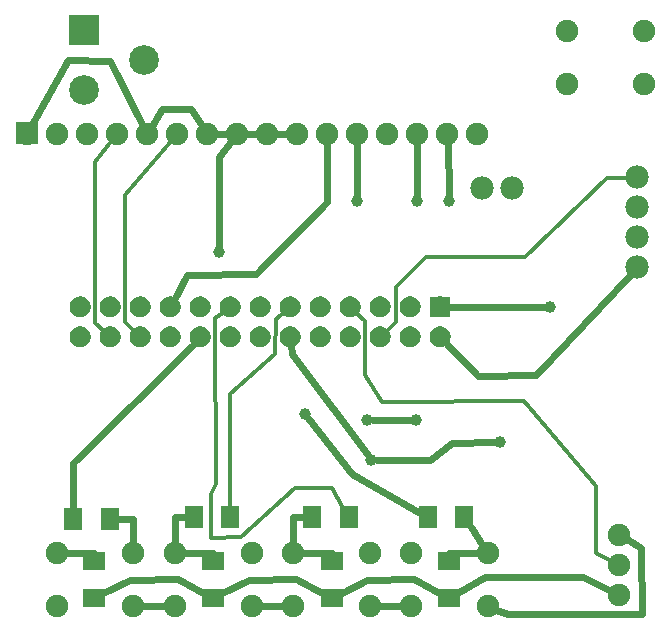
<source format=gbl>
G04 MADE WITH FRITZING*
G04 WWW.FRITZING.ORG*
G04 DOUBLE SIDED*
G04 HOLES PLATED*
G04 CONTOUR ON CENTER OF CONTOUR VECTOR*
%ASAXBY*%
%FSLAX23Y23*%
%MOIN*%
%OFA0B0*%
%SFA1.0B1.0*%
%ADD10C,0.075000*%
%ADD11C,0.039370*%
%ADD12C,0.099000*%
%ADD13C,0.070000*%
%ADD14C,0.078000*%
%ADD15R,0.075000X0.075000*%
%ADD16R,0.062992X0.074803*%
%ADD17R,0.074803X0.062992*%
%ADD18R,0.099000X0.099000*%
%ADD19R,0.070000X0.070000*%
%ADD20C,0.012000*%
%ADD21C,0.024000*%
%ADD22R,0.001000X0.001000*%
%LNCOPPER0*%
G90*
G70*
G54D10*
X100Y1631D03*
X200Y1631D03*
X300Y1631D03*
X400Y1631D03*
X500Y1631D03*
X600Y1631D03*
X700Y1631D03*
X800Y1631D03*
X900Y1631D03*
X1000Y1631D03*
X1100Y1631D03*
X1200Y1631D03*
X1300Y1631D03*
X1400Y1631D03*
X1500Y1631D03*
X1600Y1631D03*
G54D11*
X1675Y604D03*
X1399Y1407D03*
X1506Y1407D03*
X1844Y1053D03*
X1025Y698D03*
X738Y1238D03*
X1199Y1406D03*
X1246Y545D03*
G54D10*
X1380Y234D03*
X1636Y234D03*
X1380Y57D03*
X1636Y57D03*
X198Y233D03*
X453Y233D03*
X198Y56D03*
X453Y56D03*
G54D12*
X289Y1778D03*
X289Y1978D03*
X489Y1878D03*
G54D10*
X592Y234D03*
X848Y234D03*
X592Y57D03*
X848Y57D03*
X986Y234D03*
X1242Y234D03*
X986Y57D03*
X1242Y57D03*
G54D13*
X1277Y1053D03*
X1177Y1053D03*
X1077Y1053D03*
X777Y1053D03*
X677Y1053D03*
X577Y1053D03*
X977Y1053D03*
X877Y1053D03*
X377Y1053D03*
X277Y1053D03*
X477Y1053D03*
X1277Y953D03*
X1177Y953D03*
X1077Y953D03*
X777Y953D03*
X677Y953D03*
X577Y953D03*
X977Y953D03*
X877Y953D03*
X377Y953D03*
X277Y953D03*
X477Y953D03*
X1477Y953D03*
X1377Y953D03*
X1477Y1053D03*
X1377Y1053D03*
G54D10*
X2155Y1797D03*
X1899Y1797D03*
X2155Y1974D03*
X1899Y1974D03*
G54D14*
X1616Y1450D03*
X1716Y1450D03*
X1616Y1450D03*
X1716Y1450D03*
G54D11*
X1233Y678D03*
X1395Y676D03*
G54D10*
X2073Y95D03*
X2073Y195D03*
X2073Y295D03*
G54D14*
X2132Y1486D03*
X2132Y1386D03*
X2132Y1286D03*
X2132Y1186D03*
G54D15*
X100Y1632D03*
G54D16*
X376Y348D03*
X254Y348D03*
G54D17*
X321Y206D03*
X321Y84D03*
G54D16*
X655Y352D03*
X777Y352D03*
G54D17*
X718Y84D03*
X718Y206D03*
X1116Y84D03*
X1116Y206D03*
G54D16*
X1049Y352D03*
X1171Y352D03*
G54D17*
X1506Y84D03*
X1506Y206D03*
G54D16*
X1557Y352D03*
X1435Y352D03*
G54D18*
X289Y1978D03*
G54D19*
X1477Y1053D03*
G54D20*
X777Y384D02*
X777Y765D01*
D02*
X927Y897D02*
X928Y1014D01*
D02*
X777Y765D02*
X927Y897D01*
D02*
X928Y1014D02*
X961Y1040D01*
G54D21*
D02*
X1501Y1603D02*
X1505Y1426D01*
D02*
X1517Y601D02*
X1656Y603D01*
D02*
X1441Y544D02*
X1517Y601D01*
D02*
X1265Y545D02*
X1441Y544D01*
G54D20*
D02*
X1284Y738D02*
X1226Y828D01*
D02*
X1755Y739D02*
X1284Y738D01*
D02*
X1226Y828D02*
X1226Y1006D01*
D02*
X1226Y1006D02*
X1192Y1038D01*
G54D21*
D02*
X982Y898D02*
X979Y927D01*
D02*
X1235Y560D02*
X982Y898D01*
G54D20*
D02*
X2052Y205D02*
X1995Y234D01*
G54D21*
D02*
X1506Y232D02*
X1506Y234D01*
D02*
X1578Y320D02*
X1620Y258D01*
D02*
X1116Y232D02*
X1116Y234D01*
D02*
X1023Y352D02*
X986Y352D01*
D02*
X621Y234D02*
X718Y234D01*
D02*
X629Y352D02*
X592Y352D01*
D02*
X402Y348D02*
X453Y348D01*
G54D20*
D02*
X386Y1613D02*
X326Y1538D01*
D02*
X326Y1538D02*
X326Y1001D01*
D02*
X811Y286D02*
X994Y450D01*
D02*
X730Y464D02*
X712Y429D01*
D02*
X712Y429D02*
X714Y285D01*
D02*
X727Y1017D02*
X730Y464D01*
D02*
X714Y285D02*
X811Y286D01*
D02*
X994Y450D02*
X1116Y450D01*
D02*
X1116Y450D02*
X1153Y384D01*
G54D21*
D02*
X772Y1631D02*
X729Y1631D01*
D02*
X872Y1631D02*
X829Y1631D01*
D02*
X972Y1631D02*
X929Y1631D01*
D02*
X1351Y57D02*
X1271Y57D01*
D02*
X877Y57D02*
X957Y57D01*
G54D20*
D02*
X427Y1426D02*
X585Y1614D01*
D02*
X463Y967D02*
X427Y1003D01*
G54D21*
D02*
X1399Y1426D02*
X1400Y1603D01*
D02*
X1199Y1425D02*
X1200Y1603D01*
G54D20*
D02*
X1329Y1002D02*
X1328Y1119D01*
D02*
X2032Y1482D02*
X2107Y1485D01*
D02*
X1328Y1119D02*
X1429Y1219D01*
D02*
X1292Y967D02*
X1329Y1002D01*
G54D21*
D02*
X1503Y1053D02*
X1825Y1053D01*
D02*
X739Y1552D02*
X783Y1609D01*
D02*
X738Y1257D02*
X739Y1552D01*
D02*
X631Y1159D02*
X589Y1076D01*
D02*
X1100Y1603D02*
X1100Y1403D01*
D02*
X864Y1162D02*
X631Y1159D01*
D02*
X376Y1875D02*
X487Y1657D01*
D02*
X236Y1876D02*
X376Y1875D01*
D02*
X114Y1656D02*
X236Y1876D01*
D02*
X647Y1715D02*
X550Y1715D01*
D02*
X550Y1715D02*
X515Y1656D01*
D02*
X685Y1655D02*
X647Y1715D01*
D02*
X1951Y155D02*
X1627Y154D01*
D02*
X1627Y154D02*
X1538Y102D01*
D02*
X2047Y107D02*
X1951Y155D01*
D02*
X321Y232D02*
X321Y233D01*
D02*
X254Y533D02*
X659Y934D01*
D02*
X254Y380D02*
X254Y533D01*
D02*
X686Y101D02*
X602Y146D01*
D02*
X602Y146D02*
X443Y143D01*
D02*
X443Y143D02*
X353Y99D01*
D02*
X996Y146D02*
X840Y144D01*
D02*
X840Y144D02*
X750Y100D01*
D02*
X1084Y100D02*
X996Y146D01*
D02*
X1390Y146D02*
X1232Y144D01*
D02*
X1474Y101D02*
X1390Y146D01*
D02*
X1232Y144D02*
X1148Y101D01*
D02*
X1037Y683D02*
X1183Y498D01*
D02*
X1183Y498D02*
X1409Y367D01*
D02*
X1252Y678D02*
X1376Y676D01*
D02*
X1662Y45D02*
X1701Y29D01*
D02*
X482Y56D02*
X564Y56D01*
G54D20*
D02*
X761Y1041D02*
X727Y1017D01*
G54D21*
D02*
X2147Y251D02*
X2098Y280D01*
D02*
X2149Y29D02*
X2147Y251D01*
G54D20*
D02*
X1995Y234D02*
X1995Y456D01*
D02*
X1995Y456D02*
X1755Y739D01*
G54D21*
D02*
X1701Y29D02*
X2149Y29D01*
D02*
X1506Y234D02*
X1607Y234D01*
D02*
X1116Y234D02*
X1015Y234D01*
D02*
X986Y352D02*
X986Y262D01*
D02*
X718Y234D02*
X718Y232D01*
D02*
X592Y352D02*
X592Y262D01*
D02*
X453Y348D02*
X453Y262D01*
D02*
X321Y233D02*
X226Y233D01*
G54D20*
D02*
X326Y1001D02*
X362Y967D01*
D02*
X427Y1003D02*
X427Y1426D01*
D02*
X1758Y1221D02*
X2032Y1482D01*
D02*
X1429Y1219D02*
X1758Y1221D01*
G54D21*
D02*
X2111Y1164D02*
X1797Y827D01*
D02*
X1601Y824D02*
X1495Y934D01*
D02*
X1797Y827D02*
X1601Y824D01*
D02*
X1100Y1403D02*
X864Y1162D01*
G54D22*
X272Y1088D02*
X282Y1088D01*
X372Y1088D02*
X382Y1088D01*
X472Y1088D02*
X482Y1088D01*
X572Y1088D02*
X582Y1088D01*
X672Y1088D02*
X682Y1088D01*
X772Y1088D02*
X782Y1088D01*
X872Y1088D02*
X882Y1088D01*
X972Y1088D02*
X982Y1088D01*
X1072Y1088D02*
X1082Y1088D01*
X1171Y1088D02*
X1182Y1088D01*
X1271Y1088D02*
X1282Y1088D01*
X1371Y1088D02*
X1382Y1088D01*
X1471Y1088D02*
X1482Y1088D01*
X268Y1087D02*
X286Y1087D01*
X368Y1087D02*
X386Y1087D01*
X468Y1087D02*
X486Y1087D01*
X568Y1087D02*
X586Y1087D01*
X668Y1087D02*
X686Y1087D01*
X768Y1087D02*
X786Y1087D01*
X868Y1087D02*
X886Y1087D01*
X968Y1087D02*
X986Y1087D01*
X1068Y1087D02*
X1086Y1087D01*
X1168Y1087D02*
X1186Y1087D01*
X1268Y1087D02*
X1286Y1087D01*
X1368Y1087D02*
X1386Y1087D01*
X1468Y1087D02*
X1486Y1087D01*
X265Y1086D02*
X288Y1086D01*
X365Y1086D02*
X388Y1086D01*
X465Y1086D02*
X488Y1086D01*
X565Y1086D02*
X588Y1086D01*
X665Y1086D02*
X688Y1086D01*
X765Y1086D02*
X788Y1086D01*
X865Y1086D02*
X888Y1086D01*
X965Y1086D02*
X988Y1086D01*
X1065Y1086D02*
X1088Y1086D01*
X1165Y1086D02*
X1188Y1086D01*
X1265Y1086D02*
X1288Y1086D01*
X1365Y1086D02*
X1388Y1086D01*
X1465Y1086D02*
X1488Y1086D01*
X263Y1085D02*
X291Y1085D01*
X363Y1085D02*
X391Y1085D01*
X463Y1085D02*
X491Y1085D01*
X563Y1085D02*
X591Y1085D01*
X663Y1085D02*
X690Y1085D01*
X763Y1085D02*
X790Y1085D01*
X863Y1085D02*
X890Y1085D01*
X963Y1085D02*
X990Y1085D01*
X1063Y1085D02*
X1090Y1085D01*
X1163Y1085D02*
X1190Y1085D01*
X1263Y1085D02*
X1290Y1085D01*
X1363Y1085D02*
X1390Y1085D01*
X1463Y1085D02*
X1490Y1085D01*
X261Y1084D02*
X292Y1084D01*
X361Y1084D02*
X392Y1084D01*
X461Y1084D02*
X492Y1084D01*
X561Y1084D02*
X592Y1084D01*
X661Y1084D02*
X692Y1084D01*
X761Y1084D02*
X792Y1084D01*
X861Y1084D02*
X892Y1084D01*
X961Y1084D02*
X992Y1084D01*
X1061Y1084D02*
X1092Y1084D01*
X1161Y1084D02*
X1192Y1084D01*
X1261Y1084D02*
X1292Y1084D01*
X1361Y1084D02*
X1392Y1084D01*
X1461Y1084D02*
X1492Y1084D01*
X260Y1083D02*
X294Y1083D01*
X359Y1083D02*
X394Y1083D01*
X459Y1083D02*
X494Y1083D01*
X559Y1083D02*
X594Y1083D01*
X659Y1083D02*
X694Y1083D01*
X759Y1083D02*
X794Y1083D01*
X859Y1083D02*
X894Y1083D01*
X959Y1083D02*
X994Y1083D01*
X1059Y1083D02*
X1094Y1083D01*
X1159Y1083D02*
X1194Y1083D01*
X1259Y1083D02*
X1294Y1083D01*
X1359Y1083D02*
X1394Y1083D01*
X1459Y1083D02*
X1494Y1083D01*
X258Y1082D02*
X296Y1082D01*
X358Y1082D02*
X396Y1082D01*
X458Y1082D02*
X496Y1082D01*
X558Y1082D02*
X596Y1082D01*
X658Y1082D02*
X696Y1082D01*
X758Y1082D02*
X795Y1082D01*
X858Y1082D02*
X895Y1082D01*
X958Y1082D02*
X995Y1082D01*
X1058Y1082D02*
X1095Y1082D01*
X1158Y1082D02*
X1195Y1082D01*
X1258Y1082D02*
X1295Y1082D01*
X1358Y1082D02*
X1395Y1082D01*
X1458Y1082D02*
X1495Y1082D01*
X257Y1081D02*
X297Y1081D01*
X357Y1081D02*
X397Y1081D01*
X457Y1081D02*
X497Y1081D01*
X557Y1081D02*
X597Y1081D01*
X657Y1081D02*
X697Y1081D01*
X757Y1081D02*
X797Y1081D01*
X857Y1081D02*
X897Y1081D01*
X957Y1081D02*
X997Y1081D01*
X1057Y1081D02*
X1097Y1081D01*
X1157Y1081D02*
X1197Y1081D01*
X1256Y1081D02*
X1297Y1081D01*
X1356Y1081D02*
X1397Y1081D01*
X1456Y1081D02*
X1497Y1081D01*
X255Y1080D02*
X298Y1080D01*
X355Y1080D02*
X398Y1080D01*
X455Y1080D02*
X498Y1080D01*
X555Y1080D02*
X598Y1080D01*
X655Y1080D02*
X698Y1080D01*
X755Y1080D02*
X798Y1080D01*
X855Y1080D02*
X898Y1080D01*
X955Y1080D02*
X998Y1080D01*
X1055Y1080D02*
X1098Y1080D01*
X1155Y1080D02*
X1198Y1080D01*
X1255Y1080D02*
X1298Y1080D01*
X1355Y1080D02*
X1398Y1080D01*
X1455Y1080D02*
X1498Y1080D01*
X254Y1079D02*
X299Y1079D01*
X354Y1079D02*
X399Y1079D01*
X454Y1079D02*
X499Y1079D01*
X554Y1079D02*
X599Y1079D01*
X654Y1079D02*
X699Y1079D01*
X754Y1079D02*
X799Y1079D01*
X854Y1079D02*
X899Y1079D01*
X954Y1079D02*
X999Y1079D01*
X1054Y1079D02*
X1099Y1079D01*
X1154Y1079D02*
X1199Y1079D01*
X1254Y1079D02*
X1299Y1079D01*
X1354Y1079D02*
X1399Y1079D01*
X1454Y1079D02*
X1499Y1079D01*
X253Y1078D02*
X300Y1078D01*
X353Y1078D02*
X400Y1078D01*
X453Y1078D02*
X500Y1078D01*
X553Y1078D02*
X600Y1078D01*
X653Y1078D02*
X700Y1078D01*
X753Y1078D02*
X800Y1078D01*
X853Y1078D02*
X900Y1078D01*
X953Y1078D02*
X1000Y1078D01*
X1053Y1078D02*
X1100Y1078D01*
X1153Y1078D02*
X1200Y1078D01*
X1253Y1078D02*
X1300Y1078D01*
X1353Y1078D02*
X1400Y1078D01*
X1453Y1078D02*
X1500Y1078D01*
X252Y1077D02*
X301Y1077D01*
X352Y1077D02*
X401Y1077D01*
X452Y1077D02*
X501Y1077D01*
X552Y1077D02*
X601Y1077D01*
X652Y1077D02*
X701Y1077D01*
X752Y1077D02*
X801Y1077D01*
X852Y1077D02*
X901Y1077D01*
X952Y1077D02*
X1001Y1077D01*
X1052Y1077D02*
X1101Y1077D01*
X1152Y1077D02*
X1201Y1077D01*
X1252Y1077D02*
X1301Y1077D01*
X1352Y1077D02*
X1401Y1077D01*
X1452Y1077D02*
X1501Y1077D01*
X251Y1076D02*
X302Y1076D01*
X351Y1076D02*
X402Y1076D01*
X451Y1076D02*
X502Y1076D01*
X551Y1076D02*
X602Y1076D01*
X651Y1076D02*
X702Y1076D01*
X751Y1076D02*
X802Y1076D01*
X851Y1076D02*
X902Y1076D01*
X951Y1076D02*
X1002Y1076D01*
X1051Y1076D02*
X1102Y1076D01*
X1151Y1076D02*
X1202Y1076D01*
X1251Y1076D02*
X1302Y1076D01*
X1351Y1076D02*
X1402Y1076D01*
X1451Y1076D02*
X1502Y1076D01*
X251Y1075D02*
X303Y1075D01*
X351Y1075D02*
X403Y1075D01*
X450Y1075D02*
X503Y1075D01*
X550Y1075D02*
X603Y1075D01*
X650Y1075D02*
X703Y1075D01*
X750Y1075D02*
X803Y1075D01*
X850Y1075D02*
X903Y1075D01*
X950Y1075D02*
X1003Y1075D01*
X1050Y1075D02*
X1103Y1075D01*
X1150Y1075D02*
X1203Y1075D01*
X1250Y1075D02*
X1303Y1075D01*
X1350Y1075D02*
X1403Y1075D01*
X1450Y1075D02*
X1503Y1075D01*
X250Y1074D02*
X304Y1074D01*
X350Y1074D02*
X404Y1074D01*
X450Y1074D02*
X504Y1074D01*
X550Y1074D02*
X604Y1074D01*
X650Y1074D02*
X704Y1074D01*
X750Y1074D02*
X804Y1074D01*
X850Y1074D02*
X904Y1074D01*
X950Y1074D02*
X1004Y1074D01*
X1050Y1074D02*
X1104Y1074D01*
X1150Y1074D02*
X1204Y1074D01*
X1250Y1074D02*
X1304Y1074D01*
X1350Y1074D02*
X1404Y1074D01*
X1449Y1074D02*
X1504Y1074D01*
X249Y1073D02*
X305Y1073D01*
X349Y1073D02*
X405Y1073D01*
X449Y1073D02*
X505Y1073D01*
X549Y1073D02*
X605Y1073D01*
X649Y1073D02*
X705Y1073D01*
X749Y1073D02*
X805Y1073D01*
X849Y1073D02*
X904Y1073D01*
X949Y1073D02*
X1004Y1073D01*
X1049Y1073D02*
X1104Y1073D01*
X1149Y1073D02*
X1204Y1073D01*
X1249Y1073D02*
X1304Y1073D01*
X1349Y1073D02*
X1404Y1073D01*
X1449Y1073D02*
X1504Y1073D01*
X248Y1072D02*
X305Y1072D01*
X348Y1072D02*
X405Y1072D01*
X448Y1072D02*
X505Y1072D01*
X548Y1072D02*
X605Y1072D01*
X648Y1072D02*
X705Y1072D01*
X748Y1072D02*
X805Y1072D01*
X848Y1072D02*
X905Y1072D01*
X948Y1072D02*
X1005Y1072D01*
X1048Y1072D02*
X1105Y1072D01*
X1148Y1072D02*
X1205Y1072D01*
X1248Y1072D02*
X1305Y1072D01*
X1348Y1072D02*
X1405Y1072D01*
X1448Y1072D02*
X1505Y1072D01*
X248Y1071D02*
X306Y1071D01*
X348Y1071D02*
X406Y1071D01*
X448Y1071D02*
X506Y1071D01*
X548Y1071D02*
X606Y1071D01*
X648Y1071D02*
X706Y1071D01*
X748Y1071D02*
X806Y1071D01*
X848Y1071D02*
X906Y1071D01*
X947Y1071D02*
X1006Y1071D01*
X1047Y1071D02*
X1106Y1071D01*
X1147Y1071D02*
X1206Y1071D01*
X1247Y1071D02*
X1306Y1071D01*
X1347Y1071D02*
X1406Y1071D01*
X1447Y1071D02*
X1506Y1071D01*
X247Y1070D02*
X307Y1070D01*
X347Y1070D02*
X407Y1070D01*
X447Y1070D02*
X507Y1070D01*
X547Y1070D02*
X607Y1070D01*
X647Y1070D02*
X706Y1070D01*
X747Y1070D02*
X806Y1070D01*
X847Y1070D02*
X906Y1070D01*
X947Y1070D02*
X1006Y1070D01*
X1047Y1070D02*
X1106Y1070D01*
X1147Y1070D02*
X1206Y1070D01*
X1247Y1070D02*
X1306Y1070D01*
X1347Y1070D02*
X1406Y1070D01*
X1447Y1070D02*
X1506Y1070D01*
X246Y1069D02*
X307Y1069D01*
X346Y1069D02*
X407Y1069D01*
X446Y1069D02*
X507Y1069D01*
X546Y1069D02*
X607Y1069D01*
X646Y1069D02*
X707Y1069D01*
X746Y1069D02*
X807Y1069D01*
X846Y1069D02*
X907Y1069D01*
X946Y1069D02*
X1007Y1069D01*
X1046Y1069D02*
X1107Y1069D01*
X1146Y1069D02*
X1207Y1069D01*
X1246Y1069D02*
X1307Y1069D01*
X1346Y1069D02*
X1407Y1069D01*
X1446Y1069D02*
X1507Y1069D01*
X246Y1068D02*
X271Y1068D01*
X282Y1068D02*
X308Y1068D01*
X346Y1068D02*
X371Y1068D01*
X382Y1068D02*
X408Y1068D01*
X446Y1068D02*
X471Y1068D01*
X482Y1068D02*
X508Y1068D01*
X546Y1068D02*
X571Y1068D01*
X582Y1068D02*
X608Y1068D01*
X646Y1068D02*
X671Y1068D01*
X682Y1068D02*
X708Y1068D01*
X746Y1068D02*
X771Y1068D01*
X782Y1068D02*
X808Y1068D01*
X846Y1068D02*
X871Y1068D01*
X882Y1068D02*
X908Y1068D01*
X946Y1068D02*
X971Y1068D01*
X982Y1068D02*
X1008Y1068D01*
X1046Y1068D02*
X1071Y1068D01*
X1082Y1068D02*
X1107Y1068D01*
X1146Y1068D02*
X1171Y1068D01*
X1182Y1068D02*
X1207Y1068D01*
X1246Y1068D02*
X1271Y1068D01*
X1282Y1068D02*
X1307Y1068D01*
X1346Y1068D02*
X1371Y1068D01*
X1382Y1068D02*
X1407Y1068D01*
X1446Y1068D02*
X1471Y1068D01*
X1482Y1068D02*
X1507Y1068D01*
X245Y1067D02*
X269Y1067D01*
X285Y1067D02*
X308Y1067D01*
X345Y1067D02*
X369Y1067D01*
X385Y1067D02*
X408Y1067D01*
X445Y1067D02*
X469Y1067D01*
X485Y1067D02*
X508Y1067D01*
X545Y1067D02*
X569Y1067D01*
X585Y1067D02*
X608Y1067D01*
X645Y1067D02*
X669Y1067D01*
X685Y1067D02*
X708Y1067D01*
X745Y1067D02*
X768Y1067D01*
X785Y1067D02*
X808Y1067D01*
X845Y1067D02*
X868Y1067D01*
X885Y1067D02*
X908Y1067D01*
X945Y1067D02*
X968Y1067D01*
X985Y1067D02*
X1008Y1067D01*
X1045Y1067D02*
X1068Y1067D01*
X1085Y1067D02*
X1108Y1067D01*
X1145Y1067D02*
X1168Y1067D01*
X1185Y1067D02*
X1208Y1067D01*
X1245Y1067D02*
X1268Y1067D01*
X1285Y1067D02*
X1308Y1067D01*
X1345Y1067D02*
X1368Y1067D01*
X1385Y1067D02*
X1408Y1067D01*
X1445Y1067D02*
X1468Y1067D01*
X1485Y1067D02*
X1508Y1067D01*
X245Y1066D02*
X267Y1066D01*
X287Y1066D02*
X309Y1066D01*
X345Y1066D02*
X367Y1066D01*
X387Y1066D02*
X409Y1066D01*
X445Y1066D02*
X467Y1066D01*
X487Y1066D02*
X509Y1066D01*
X545Y1066D02*
X567Y1066D01*
X587Y1066D02*
X609Y1066D01*
X645Y1066D02*
X667Y1066D01*
X687Y1066D02*
X709Y1066D01*
X745Y1066D02*
X767Y1066D01*
X787Y1066D02*
X809Y1066D01*
X845Y1066D02*
X867Y1066D01*
X887Y1066D02*
X908Y1066D01*
X945Y1066D02*
X967Y1066D01*
X987Y1066D02*
X1008Y1066D01*
X1045Y1066D02*
X1067Y1066D01*
X1087Y1066D02*
X1108Y1066D01*
X1145Y1066D02*
X1167Y1066D01*
X1187Y1066D02*
X1208Y1066D01*
X1245Y1066D02*
X1267Y1066D01*
X1287Y1066D02*
X1308Y1066D01*
X1345Y1066D02*
X1367Y1066D01*
X1387Y1066D02*
X1408Y1066D01*
X1445Y1066D02*
X1467Y1066D01*
X1487Y1066D02*
X1508Y1066D01*
X245Y1065D02*
X266Y1065D01*
X288Y1065D02*
X309Y1065D01*
X345Y1065D02*
X366Y1065D01*
X388Y1065D02*
X409Y1065D01*
X445Y1065D02*
X466Y1065D01*
X488Y1065D02*
X509Y1065D01*
X545Y1065D02*
X565Y1065D01*
X588Y1065D02*
X609Y1065D01*
X645Y1065D02*
X665Y1065D01*
X688Y1065D02*
X709Y1065D01*
X744Y1065D02*
X765Y1065D01*
X788Y1065D02*
X809Y1065D01*
X844Y1065D02*
X865Y1065D01*
X888Y1065D02*
X909Y1065D01*
X944Y1065D02*
X965Y1065D01*
X988Y1065D02*
X1009Y1065D01*
X1044Y1065D02*
X1065Y1065D01*
X1088Y1065D02*
X1109Y1065D01*
X1144Y1065D02*
X1165Y1065D01*
X1188Y1065D02*
X1209Y1065D01*
X1244Y1065D02*
X1265Y1065D01*
X1288Y1065D02*
X1309Y1065D01*
X1344Y1065D02*
X1365Y1065D01*
X1388Y1065D02*
X1409Y1065D01*
X1444Y1065D02*
X1465Y1065D01*
X1488Y1065D02*
X1509Y1065D01*
X244Y1064D02*
X265Y1064D01*
X289Y1064D02*
X309Y1064D01*
X344Y1064D02*
X365Y1064D01*
X389Y1064D02*
X409Y1064D01*
X444Y1064D02*
X465Y1064D01*
X489Y1064D02*
X509Y1064D01*
X544Y1064D02*
X565Y1064D01*
X589Y1064D02*
X609Y1064D01*
X644Y1064D02*
X665Y1064D01*
X689Y1064D02*
X709Y1064D01*
X744Y1064D02*
X765Y1064D01*
X789Y1064D02*
X809Y1064D01*
X844Y1064D02*
X864Y1064D01*
X889Y1064D02*
X909Y1064D01*
X944Y1064D02*
X964Y1064D01*
X989Y1064D02*
X1009Y1064D01*
X1044Y1064D02*
X1064Y1064D01*
X1089Y1064D02*
X1109Y1064D01*
X1144Y1064D02*
X1164Y1064D01*
X1189Y1064D02*
X1209Y1064D01*
X1244Y1064D02*
X1264Y1064D01*
X1289Y1064D02*
X1309Y1064D01*
X1344Y1064D02*
X1364Y1064D01*
X1389Y1064D02*
X1409Y1064D01*
X1444Y1064D02*
X1464Y1064D01*
X1489Y1064D02*
X1509Y1064D01*
X244Y1063D02*
X264Y1063D01*
X290Y1063D02*
X310Y1063D01*
X344Y1063D02*
X364Y1063D01*
X390Y1063D02*
X410Y1063D01*
X444Y1063D02*
X464Y1063D01*
X490Y1063D02*
X510Y1063D01*
X544Y1063D02*
X564Y1063D01*
X590Y1063D02*
X610Y1063D01*
X644Y1063D02*
X664Y1063D01*
X690Y1063D02*
X710Y1063D01*
X744Y1063D02*
X764Y1063D01*
X790Y1063D02*
X810Y1063D01*
X844Y1063D02*
X864Y1063D01*
X890Y1063D02*
X910Y1063D01*
X944Y1063D02*
X964Y1063D01*
X990Y1063D02*
X1010Y1063D01*
X1044Y1063D02*
X1064Y1063D01*
X1090Y1063D02*
X1110Y1063D01*
X1144Y1063D02*
X1164Y1063D01*
X1190Y1063D02*
X1210Y1063D01*
X1244Y1063D02*
X1264Y1063D01*
X1290Y1063D02*
X1310Y1063D01*
X1344Y1063D02*
X1364Y1063D01*
X1390Y1063D02*
X1410Y1063D01*
X1444Y1063D02*
X1464Y1063D01*
X1490Y1063D02*
X1509Y1063D01*
X244Y1062D02*
X263Y1062D01*
X290Y1062D02*
X310Y1062D01*
X344Y1062D02*
X363Y1062D01*
X390Y1062D02*
X410Y1062D01*
X444Y1062D02*
X463Y1062D01*
X490Y1062D02*
X510Y1062D01*
X544Y1062D02*
X563Y1062D01*
X590Y1062D02*
X610Y1062D01*
X643Y1062D02*
X663Y1062D01*
X690Y1062D02*
X710Y1062D01*
X743Y1062D02*
X763Y1062D01*
X790Y1062D02*
X810Y1062D01*
X843Y1062D02*
X863Y1062D01*
X890Y1062D02*
X910Y1062D01*
X943Y1062D02*
X963Y1062D01*
X990Y1062D02*
X1010Y1062D01*
X1043Y1062D02*
X1063Y1062D01*
X1090Y1062D02*
X1110Y1062D01*
X1143Y1062D02*
X1163Y1062D01*
X1190Y1062D02*
X1210Y1062D01*
X1243Y1062D02*
X1263Y1062D01*
X1290Y1062D02*
X1310Y1062D01*
X1343Y1062D02*
X1363Y1062D01*
X1390Y1062D02*
X1410Y1062D01*
X1443Y1062D02*
X1463Y1062D01*
X1490Y1062D02*
X1510Y1062D01*
X243Y1061D02*
X263Y1061D01*
X291Y1061D02*
X310Y1061D01*
X343Y1061D02*
X363Y1061D01*
X391Y1061D02*
X410Y1061D01*
X443Y1061D02*
X463Y1061D01*
X491Y1061D02*
X510Y1061D01*
X543Y1061D02*
X563Y1061D01*
X591Y1061D02*
X610Y1061D01*
X643Y1061D02*
X663Y1061D01*
X691Y1061D02*
X710Y1061D01*
X743Y1061D02*
X763Y1061D01*
X791Y1061D02*
X810Y1061D01*
X843Y1061D02*
X863Y1061D01*
X891Y1061D02*
X910Y1061D01*
X943Y1061D02*
X963Y1061D01*
X991Y1061D02*
X1010Y1061D01*
X1043Y1061D02*
X1063Y1061D01*
X1091Y1061D02*
X1110Y1061D01*
X1143Y1061D02*
X1163Y1061D01*
X1191Y1061D02*
X1210Y1061D01*
X1243Y1061D02*
X1263Y1061D01*
X1291Y1061D02*
X1310Y1061D01*
X1343Y1061D02*
X1363Y1061D01*
X1391Y1061D02*
X1410Y1061D01*
X1443Y1061D02*
X1462Y1061D01*
X1491Y1061D02*
X1510Y1061D01*
X243Y1060D02*
X262Y1060D01*
X291Y1060D02*
X311Y1060D01*
X343Y1060D02*
X362Y1060D01*
X391Y1060D02*
X411Y1060D01*
X443Y1060D02*
X462Y1060D01*
X491Y1060D02*
X511Y1060D01*
X543Y1060D02*
X562Y1060D01*
X591Y1060D02*
X611Y1060D01*
X643Y1060D02*
X662Y1060D01*
X691Y1060D02*
X710Y1060D01*
X743Y1060D02*
X762Y1060D01*
X791Y1060D02*
X810Y1060D01*
X843Y1060D02*
X862Y1060D01*
X891Y1060D02*
X910Y1060D01*
X943Y1060D02*
X962Y1060D01*
X991Y1060D02*
X1010Y1060D01*
X1043Y1060D02*
X1062Y1060D01*
X1091Y1060D02*
X1110Y1060D01*
X1143Y1060D02*
X1162Y1060D01*
X1191Y1060D02*
X1210Y1060D01*
X1243Y1060D02*
X1262Y1060D01*
X1291Y1060D02*
X1310Y1060D01*
X1343Y1060D02*
X1362Y1060D01*
X1391Y1060D02*
X1410Y1060D01*
X1443Y1060D02*
X1462Y1060D01*
X1491Y1060D02*
X1510Y1060D01*
X243Y1059D02*
X262Y1059D01*
X292Y1059D02*
X311Y1059D01*
X343Y1059D02*
X362Y1059D01*
X392Y1059D02*
X411Y1059D01*
X443Y1059D02*
X462Y1059D01*
X492Y1059D02*
X511Y1059D01*
X543Y1059D02*
X562Y1059D01*
X591Y1059D02*
X611Y1059D01*
X643Y1059D02*
X662Y1059D01*
X691Y1059D02*
X711Y1059D01*
X743Y1059D02*
X762Y1059D01*
X791Y1059D02*
X811Y1059D01*
X843Y1059D02*
X862Y1059D01*
X891Y1059D02*
X911Y1059D01*
X943Y1059D02*
X962Y1059D01*
X991Y1059D02*
X1011Y1059D01*
X1043Y1059D02*
X1062Y1059D01*
X1091Y1059D02*
X1111Y1059D01*
X1143Y1059D02*
X1162Y1059D01*
X1191Y1059D02*
X1211Y1059D01*
X1243Y1059D02*
X1262Y1059D01*
X1291Y1059D02*
X1311Y1059D01*
X1343Y1059D02*
X1362Y1059D01*
X1391Y1059D02*
X1411Y1059D01*
X1443Y1059D02*
X1462Y1059D01*
X1491Y1059D02*
X1510Y1059D01*
X243Y1058D02*
X262Y1058D01*
X292Y1058D02*
X311Y1058D01*
X343Y1058D02*
X362Y1058D01*
X392Y1058D02*
X411Y1058D01*
X443Y1058D02*
X462Y1058D01*
X492Y1058D02*
X511Y1058D01*
X543Y1058D02*
X562Y1058D01*
X592Y1058D02*
X611Y1058D01*
X643Y1058D02*
X662Y1058D01*
X692Y1058D02*
X711Y1058D01*
X743Y1058D02*
X762Y1058D01*
X792Y1058D02*
X811Y1058D01*
X843Y1058D02*
X862Y1058D01*
X892Y1058D02*
X911Y1058D01*
X943Y1058D02*
X962Y1058D01*
X992Y1058D02*
X1011Y1058D01*
X1043Y1058D02*
X1062Y1058D01*
X1092Y1058D02*
X1111Y1058D01*
X1142Y1058D02*
X1162Y1058D01*
X1192Y1058D02*
X1211Y1058D01*
X1242Y1058D02*
X1262Y1058D01*
X1292Y1058D02*
X1311Y1058D01*
X1342Y1058D02*
X1362Y1058D01*
X1392Y1058D02*
X1411Y1058D01*
X1442Y1058D02*
X1462Y1058D01*
X1492Y1058D02*
X1511Y1058D01*
X243Y1057D02*
X262Y1057D01*
X292Y1057D02*
X311Y1057D01*
X342Y1057D02*
X362Y1057D01*
X392Y1057D02*
X411Y1057D01*
X442Y1057D02*
X462Y1057D01*
X492Y1057D02*
X511Y1057D01*
X542Y1057D02*
X562Y1057D01*
X592Y1057D02*
X611Y1057D01*
X642Y1057D02*
X661Y1057D01*
X692Y1057D02*
X711Y1057D01*
X742Y1057D02*
X761Y1057D01*
X792Y1057D02*
X811Y1057D01*
X842Y1057D02*
X861Y1057D01*
X892Y1057D02*
X911Y1057D01*
X942Y1057D02*
X961Y1057D01*
X992Y1057D02*
X1011Y1057D01*
X1042Y1057D02*
X1061Y1057D01*
X1092Y1057D02*
X1111Y1057D01*
X1142Y1057D02*
X1161Y1057D01*
X1192Y1057D02*
X1211Y1057D01*
X1242Y1057D02*
X1261Y1057D01*
X1292Y1057D02*
X1311Y1057D01*
X1342Y1057D02*
X1361Y1057D01*
X1392Y1057D02*
X1411Y1057D01*
X1442Y1057D02*
X1461Y1057D01*
X1492Y1057D02*
X1511Y1057D01*
X242Y1056D02*
X261Y1056D01*
X292Y1056D02*
X311Y1056D01*
X342Y1056D02*
X361Y1056D01*
X392Y1056D02*
X411Y1056D01*
X442Y1056D02*
X461Y1056D01*
X492Y1056D02*
X511Y1056D01*
X542Y1056D02*
X561Y1056D01*
X592Y1056D02*
X611Y1056D01*
X642Y1056D02*
X661Y1056D01*
X692Y1056D02*
X711Y1056D01*
X742Y1056D02*
X761Y1056D01*
X792Y1056D02*
X811Y1056D01*
X842Y1056D02*
X861Y1056D01*
X892Y1056D02*
X911Y1056D01*
X942Y1056D02*
X961Y1056D01*
X992Y1056D02*
X1011Y1056D01*
X1042Y1056D02*
X1061Y1056D01*
X1092Y1056D02*
X1111Y1056D01*
X1142Y1056D02*
X1161Y1056D01*
X1192Y1056D02*
X1211Y1056D01*
X1242Y1056D02*
X1261Y1056D01*
X1292Y1056D02*
X1311Y1056D01*
X1342Y1056D02*
X1361Y1056D01*
X1392Y1056D02*
X1411Y1056D01*
X1442Y1056D02*
X1461Y1056D01*
X1492Y1056D02*
X1511Y1056D01*
X242Y1055D02*
X261Y1055D01*
X292Y1055D02*
X311Y1055D01*
X342Y1055D02*
X361Y1055D01*
X392Y1055D02*
X411Y1055D01*
X442Y1055D02*
X461Y1055D01*
X492Y1055D02*
X511Y1055D01*
X542Y1055D02*
X561Y1055D01*
X592Y1055D02*
X611Y1055D01*
X642Y1055D02*
X661Y1055D01*
X692Y1055D02*
X711Y1055D01*
X742Y1055D02*
X761Y1055D01*
X792Y1055D02*
X811Y1055D01*
X842Y1055D02*
X861Y1055D01*
X892Y1055D02*
X911Y1055D01*
X942Y1055D02*
X961Y1055D01*
X992Y1055D02*
X1011Y1055D01*
X1042Y1055D02*
X1061Y1055D01*
X1092Y1055D02*
X1111Y1055D01*
X1142Y1055D02*
X1161Y1055D01*
X1192Y1055D02*
X1211Y1055D01*
X1242Y1055D02*
X1261Y1055D01*
X1292Y1055D02*
X1311Y1055D01*
X1342Y1055D02*
X1361Y1055D01*
X1392Y1055D02*
X1411Y1055D01*
X1442Y1055D02*
X1461Y1055D01*
X1492Y1055D02*
X1511Y1055D01*
X242Y1054D02*
X261Y1054D01*
X292Y1054D02*
X311Y1054D01*
X342Y1054D02*
X361Y1054D01*
X392Y1054D02*
X411Y1054D01*
X442Y1054D02*
X461Y1054D01*
X492Y1054D02*
X511Y1054D01*
X542Y1054D02*
X561Y1054D01*
X592Y1054D02*
X611Y1054D01*
X642Y1054D02*
X661Y1054D01*
X692Y1054D02*
X711Y1054D01*
X742Y1054D02*
X761Y1054D01*
X792Y1054D02*
X811Y1054D01*
X842Y1054D02*
X861Y1054D01*
X892Y1054D02*
X911Y1054D01*
X942Y1054D02*
X961Y1054D01*
X992Y1054D02*
X1011Y1054D01*
X1042Y1054D02*
X1061Y1054D01*
X1092Y1054D02*
X1111Y1054D01*
X1142Y1054D02*
X1161Y1054D01*
X1192Y1054D02*
X1211Y1054D01*
X1242Y1054D02*
X1261Y1054D01*
X1292Y1054D02*
X1311Y1054D01*
X1342Y1054D02*
X1361Y1054D01*
X1392Y1054D02*
X1411Y1054D01*
X1442Y1054D02*
X1461Y1054D01*
X1492Y1054D02*
X1511Y1054D01*
X242Y1053D02*
X261Y1053D01*
X292Y1053D02*
X311Y1053D01*
X342Y1053D02*
X361Y1053D01*
X392Y1053D02*
X411Y1053D01*
X442Y1053D02*
X461Y1053D01*
X492Y1053D02*
X511Y1053D01*
X542Y1053D02*
X561Y1053D01*
X592Y1053D02*
X611Y1053D01*
X642Y1053D02*
X661Y1053D01*
X692Y1053D02*
X711Y1053D01*
X742Y1053D02*
X761Y1053D01*
X792Y1053D02*
X811Y1053D01*
X842Y1053D02*
X861Y1053D01*
X892Y1053D02*
X911Y1053D01*
X942Y1053D02*
X961Y1053D01*
X992Y1053D02*
X1011Y1053D01*
X1042Y1053D02*
X1061Y1053D01*
X1092Y1053D02*
X1111Y1053D01*
X1142Y1053D02*
X1161Y1053D01*
X1192Y1053D02*
X1211Y1053D01*
X1242Y1053D02*
X1261Y1053D01*
X1292Y1053D02*
X1311Y1053D01*
X1342Y1053D02*
X1361Y1053D01*
X1392Y1053D02*
X1411Y1053D01*
X1442Y1053D02*
X1461Y1053D01*
X1492Y1053D02*
X1511Y1053D01*
X242Y1052D02*
X261Y1052D01*
X292Y1052D02*
X311Y1052D01*
X342Y1052D02*
X361Y1052D01*
X392Y1052D02*
X411Y1052D01*
X442Y1052D02*
X461Y1052D01*
X492Y1052D02*
X511Y1052D01*
X542Y1052D02*
X561Y1052D01*
X592Y1052D02*
X611Y1052D01*
X642Y1052D02*
X661Y1052D01*
X692Y1052D02*
X711Y1052D01*
X742Y1052D02*
X761Y1052D01*
X792Y1052D02*
X811Y1052D01*
X842Y1052D02*
X861Y1052D01*
X892Y1052D02*
X911Y1052D01*
X942Y1052D02*
X961Y1052D01*
X992Y1052D02*
X1011Y1052D01*
X1042Y1052D02*
X1061Y1052D01*
X1092Y1052D02*
X1111Y1052D01*
X1142Y1052D02*
X1161Y1052D01*
X1192Y1052D02*
X1211Y1052D01*
X1242Y1052D02*
X1261Y1052D01*
X1292Y1052D02*
X1311Y1052D01*
X1342Y1052D02*
X1361Y1052D01*
X1392Y1052D02*
X1411Y1052D01*
X1442Y1052D02*
X1461Y1052D01*
X1492Y1052D02*
X1511Y1052D01*
X242Y1051D02*
X261Y1051D01*
X292Y1051D02*
X311Y1051D01*
X342Y1051D02*
X361Y1051D01*
X392Y1051D02*
X411Y1051D01*
X442Y1051D02*
X461Y1051D01*
X492Y1051D02*
X511Y1051D01*
X542Y1051D02*
X561Y1051D01*
X592Y1051D02*
X611Y1051D01*
X642Y1051D02*
X661Y1051D01*
X692Y1051D02*
X711Y1051D01*
X742Y1051D02*
X761Y1051D01*
X792Y1051D02*
X811Y1051D01*
X842Y1051D02*
X861Y1051D01*
X892Y1051D02*
X911Y1051D01*
X942Y1051D02*
X961Y1051D01*
X992Y1051D02*
X1011Y1051D01*
X1042Y1051D02*
X1061Y1051D01*
X1092Y1051D02*
X1111Y1051D01*
X1142Y1051D02*
X1161Y1051D01*
X1192Y1051D02*
X1211Y1051D01*
X1242Y1051D02*
X1261Y1051D01*
X1292Y1051D02*
X1311Y1051D01*
X1342Y1051D02*
X1361Y1051D01*
X1392Y1051D02*
X1411Y1051D01*
X1442Y1051D02*
X1461Y1051D01*
X1492Y1051D02*
X1511Y1051D01*
X243Y1050D02*
X262Y1050D01*
X292Y1050D02*
X311Y1050D01*
X343Y1050D02*
X362Y1050D01*
X392Y1050D02*
X411Y1050D01*
X442Y1050D02*
X462Y1050D01*
X492Y1050D02*
X511Y1050D01*
X542Y1050D02*
X562Y1050D01*
X592Y1050D02*
X611Y1050D01*
X642Y1050D02*
X662Y1050D01*
X692Y1050D02*
X711Y1050D01*
X742Y1050D02*
X762Y1050D01*
X792Y1050D02*
X811Y1050D01*
X842Y1050D02*
X861Y1050D01*
X892Y1050D02*
X911Y1050D01*
X942Y1050D02*
X961Y1050D01*
X992Y1050D02*
X1011Y1050D01*
X1042Y1050D02*
X1061Y1050D01*
X1092Y1050D02*
X1111Y1050D01*
X1142Y1050D02*
X1161Y1050D01*
X1192Y1050D02*
X1211Y1050D01*
X1242Y1050D02*
X1261Y1050D01*
X1292Y1050D02*
X1311Y1050D01*
X1342Y1050D02*
X1361Y1050D01*
X1392Y1050D02*
X1411Y1050D01*
X1442Y1050D02*
X1461Y1050D01*
X1492Y1050D02*
X1511Y1050D01*
X243Y1049D02*
X262Y1049D01*
X292Y1049D02*
X311Y1049D01*
X343Y1049D02*
X362Y1049D01*
X392Y1049D02*
X411Y1049D01*
X443Y1049D02*
X462Y1049D01*
X492Y1049D02*
X511Y1049D01*
X543Y1049D02*
X562Y1049D01*
X592Y1049D02*
X611Y1049D01*
X643Y1049D02*
X662Y1049D01*
X692Y1049D02*
X711Y1049D01*
X743Y1049D02*
X762Y1049D01*
X792Y1049D02*
X811Y1049D01*
X843Y1049D02*
X862Y1049D01*
X892Y1049D02*
X911Y1049D01*
X943Y1049D02*
X962Y1049D01*
X992Y1049D02*
X1011Y1049D01*
X1043Y1049D02*
X1062Y1049D01*
X1092Y1049D02*
X1111Y1049D01*
X1143Y1049D02*
X1162Y1049D01*
X1192Y1049D02*
X1211Y1049D01*
X1243Y1049D02*
X1262Y1049D01*
X1292Y1049D02*
X1311Y1049D01*
X1342Y1049D02*
X1362Y1049D01*
X1392Y1049D02*
X1411Y1049D01*
X1442Y1049D02*
X1462Y1049D01*
X1492Y1049D02*
X1511Y1049D01*
X243Y1048D02*
X262Y1048D01*
X292Y1048D02*
X311Y1048D01*
X343Y1048D02*
X362Y1048D01*
X391Y1048D02*
X411Y1048D01*
X443Y1048D02*
X462Y1048D01*
X491Y1048D02*
X511Y1048D01*
X543Y1048D02*
X562Y1048D01*
X591Y1048D02*
X611Y1048D01*
X643Y1048D02*
X662Y1048D01*
X691Y1048D02*
X711Y1048D01*
X743Y1048D02*
X762Y1048D01*
X791Y1048D02*
X811Y1048D01*
X843Y1048D02*
X862Y1048D01*
X891Y1048D02*
X911Y1048D01*
X943Y1048D02*
X962Y1048D01*
X991Y1048D02*
X1011Y1048D01*
X1043Y1048D02*
X1062Y1048D01*
X1091Y1048D02*
X1111Y1048D01*
X1143Y1048D02*
X1162Y1048D01*
X1191Y1048D02*
X1211Y1048D01*
X1243Y1048D02*
X1262Y1048D01*
X1291Y1048D02*
X1310Y1048D01*
X1343Y1048D02*
X1362Y1048D01*
X1391Y1048D02*
X1410Y1048D01*
X1443Y1048D02*
X1462Y1048D01*
X1491Y1048D02*
X1510Y1048D01*
X243Y1047D02*
X262Y1047D01*
X291Y1047D02*
X311Y1047D01*
X343Y1047D02*
X362Y1047D01*
X391Y1047D02*
X410Y1047D01*
X443Y1047D02*
X462Y1047D01*
X491Y1047D02*
X510Y1047D01*
X543Y1047D02*
X562Y1047D01*
X591Y1047D02*
X610Y1047D01*
X643Y1047D02*
X662Y1047D01*
X691Y1047D02*
X710Y1047D01*
X743Y1047D02*
X762Y1047D01*
X791Y1047D02*
X810Y1047D01*
X843Y1047D02*
X862Y1047D01*
X891Y1047D02*
X910Y1047D01*
X943Y1047D02*
X962Y1047D01*
X991Y1047D02*
X1010Y1047D01*
X1043Y1047D02*
X1062Y1047D01*
X1091Y1047D02*
X1110Y1047D01*
X1143Y1047D02*
X1162Y1047D01*
X1191Y1047D02*
X1210Y1047D01*
X1243Y1047D02*
X1262Y1047D01*
X1291Y1047D02*
X1310Y1047D01*
X1343Y1047D02*
X1362Y1047D01*
X1391Y1047D02*
X1410Y1047D01*
X1443Y1047D02*
X1462Y1047D01*
X1491Y1047D02*
X1510Y1047D01*
X243Y1046D02*
X263Y1046D01*
X291Y1046D02*
X310Y1046D01*
X343Y1046D02*
X363Y1046D01*
X391Y1046D02*
X410Y1046D01*
X443Y1046D02*
X463Y1046D01*
X491Y1046D02*
X510Y1046D01*
X543Y1046D02*
X563Y1046D01*
X591Y1046D02*
X610Y1046D01*
X643Y1046D02*
X663Y1046D01*
X691Y1046D02*
X710Y1046D01*
X743Y1046D02*
X763Y1046D01*
X791Y1046D02*
X810Y1046D01*
X843Y1046D02*
X863Y1046D01*
X891Y1046D02*
X910Y1046D01*
X943Y1046D02*
X963Y1046D01*
X991Y1046D02*
X1010Y1046D01*
X1043Y1046D02*
X1063Y1046D01*
X1091Y1046D02*
X1110Y1046D01*
X1143Y1046D02*
X1163Y1046D01*
X1191Y1046D02*
X1210Y1046D01*
X1243Y1046D02*
X1263Y1046D01*
X1291Y1046D02*
X1310Y1046D01*
X1343Y1046D02*
X1363Y1046D01*
X1391Y1046D02*
X1410Y1046D01*
X1443Y1046D02*
X1463Y1046D01*
X1490Y1046D02*
X1510Y1046D01*
X244Y1045D02*
X263Y1045D01*
X290Y1045D02*
X310Y1045D01*
X344Y1045D02*
X363Y1045D01*
X390Y1045D02*
X410Y1045D01*
X444Y1045D02*
X463Y1045D01*
X490Y1045D02*
X510Y1045D01*
X544Y1045D02*
X563Y1045D01*
X590Y1045D02*
X610Y1045D01*
X644Y1045D02*
X663Y1045D01*
X690Y1045D02*
X710Y1045D01*
X744Y1045D02*
X763Y1045D01*
X790Y1045D02*
X810Y1045D01*
X844Y1045D02*
X863Y1045D01*
X890Y1045D02*
X910Y1045D01*
X943Y1045D02*
X963Y1045D01*
X990Y1045D02*
X1010Y1045D01*
X1043Y1045D02*
X1063Y1045D01*
X1090Y1045D02*
X1110Y1045D01*
X1143Y1045D02*
X1163Y1045D01*
X1190Y1045D02*
X1210Y1045D01*
X1243Y1045D02*
X1263Y1045D01*
X1290Y1045D02*
X1310Y1045D01*
X1343Y1045D02*
X1363Y1045D01*
X1390Y1045D02*
X1410Y1045D01*
X1443Y1045D02*
X1463Y1045D01*
X1490Y1045D02*
X1510Y1045D01*
X244Y1044D02*
X264Y1044D01*
X290Y1044D02*
X310Y1044D01*
X344Y1044D02*
X364Y1044D01*
X390Y1044D02*
X410Y1044D01*
X444Y1044D02*
X464Y1044D01*
X490Y1044D02*
X510Y1044D01*
X544Y1044D02*
X564Y1044D01*
X590Y1044D02*
X610Y1044D01*
X644Y1044D02*
X664Y1044D01*
X690Y1044D02*
X710Y1044D01*
X744Y1044D02*
X764Y1044D01*
X790Y1044D02*
X810Y1044D01*
X844Y1044D02*
X864Y1044D01*
X889Y1044D02*
X910Y1044D01*
X944Y1044D02*
X964Y1044D01*
X989Y1044D02*
X1010Y1044D01*
X1044Y1044D02*
X1064Y1044D01*
X1089Y1044D02*
X1110Y1044D01*
X1144Y1044D02*
X1164Y1044D01*
X1189Y1044D02*
X1209Y1044D01*
X1244Y1044D02*
X1264Y1044D01*
X1289Y1044D02*
X1309Y1044D01*
X1344Y1044D02*
X1364Y1044D01*
X1389Y1044D02*
X1409Y1044D01*
X1444Y1044D02*
X1464Y1044D01*
X1489Y1044D02*
X1509Y1044D01*
X244Y1043D02*
X265Y1043D01*
X289Y1043D02*
X309Y1043D01*
X344Y1043D02*
X365Y1043D01*
X389Y1043D02*
X409Y1043D01*
X444Y1043D02*
X465Y1043D01*
X489Y1043D02*
X509Y1043D01*
X544Y1043D02*
X565Y1043D01*
X589Y1043D02*
X609Y1043D01*
X644Y1043D02*
X665Y1043D01*
X689Y1043D02*
X709Y1043D01*
X744Y1043D02*
X765Y1043D01*
X789Y1043D02*
X809Y1043D01*
X844Y1043D02*
X865Y1043D01*
X889Y1043D02*
X909Y1043D01*
X944Y1043D02*
X965Y1043D01*
X989Y1043D02*
X1009Y1043D01*
X1044Y1043D02*
X1065Y1043D01*
X1089Y1043D02*
X1109Y1043D01*
X1144Y1043D02*
X1165Y1043D01*
X1189Y1043D02*
X1209Y1043D01*
X1244Y1043D02*
X1265Y1043D01*
X1289Y1043D02*
X1309Y1043D01*
X1344Y1043D02*
X1365Y1043D01*
X1389Y1043D02*
X1409Y1043D01*
X1444Y1043D02*
X1465Y1043D01*
X1489Y1043D02*
X1509Y1043D01*
X245Y1042D02*
X266Y1042D01*
X288Y1042D02*
X309Y1042D01*
X345Y1042D02*
X366Y1042D01*
X388Y1042D02*
X409Y1042D01*
X445Y1042D02*
X466Y1042D01*
X488Y1042D02*
X509Y1042D01*
X545Y1042D02*
X566Y1042D01*
X588Y1042D02*
X609Y1042D01*
X645Y1042D02*
X666Y1042D01*
X688Y1042D02*
X709Y1042D01*
X745Y1042D02*
X766Y1042D01*
X788Y1042D02*
X809Y1042D01*
X845Y1042D02*
X866Y1042D01*
X888Y1042D02*
X909Y1042D01*
X945Y1042D02*
X966Y1042D01*
X988Y1042D02*
X1009Y1042D01*
X1045Y1042D02*
X1066Y1042D01*
X1088Y1042D02*
X1109Y1042D01*
X1144Y1042D02*
X1166Y1042D01*
X1188Y1042D02*
X1209Y1042D01*
X1244Y1042D02*
X1266Y1042D01*
X1288Y1042D02*
X1309Y1042D01*
X1344Y1042D02*
X1366Y1042D01*
X1388Y1042D02*
X1409Y1042D01*
X1444Y1042D02*
X1466Y1042D01*
X1488Y1042D02*
X1509Y1042D01*
X245Y1041D02*
X267Y1041D01*
X287Y1041D02*
X309Y1041D01*
X345Y1041D02*
X367Y1041D01*
X386Y1041D02*
X409Y1041D01*
X445Y1041D02*
X467Y1041D01*
X486Y1041D02*
X508Y1041D01*
X545Y1041D02*
X567Y1041D01*
X586Y1041D02*
X608Y1041D01*
X645Y1041D02*
X667Y1041D01*
X686Y1041D02*
X708Y1041D01*
X745Y1041D02*
X767Y1041D01*
X786Y1041D02*
X808Y1041D01*
X845Y1041D02*
X867Y1041D01*
X886Y1041D02*
X908Y1041D01*
X945Y1041D02*
X967Y1041D01*
X986Y1041D02*
X1008Y1041D01*
X1045Y1041D02*
X1067Y1041D01*
X1086Y1041D02*
X1108Y1041D01*
X1145Y1041D02*
X1167Y1041D01*
X1186Y1041D02*
X1208Y1041D01*
X1245Y1041D02*
X1267Y1041D01*
X1286Y1041D02*
X1308Y1041D01*
X1345Y1041D02*
X1367Y1041D01*
X1386Y1041D02*
X1408Y1041D01*
X1445Y1041D02*
X1467Y1041D01*
X1486Y1041D02*
X1508Y1041D01*
X246Y1040D02*
X269Y1040D01*
X285Y1040D02*
X308Y1040D01*
X346Y1040D02*
X369Y1040D01*
X385Y1040D02*
X408Y1040D01*
X445Y1040D02*
X469Y1040D01*
X485Y1040D02*
X508Y1040D01*
X545Y1040D02*
X569Y1040D01*
X585Y1040D02*
X608Y1040D01*
X645Y1040D02*
X669Y1040D01*
X684Y1040D02*
X708Y1040D01*
X745Y1040D02*
X769Y1040D01*
X784Y1040D02*
X808Y1040D01*
X845Y1040D02*
X869Y1040D01*
X884Y1040D02*
X908Y1040D01*
X945Y1040D02*
X969Y1040D01*
X984Y1040D02*
X1008Y1040D01*
X1045Y1040D02*
X1069Y1040D01*
X1084Y1040D02*
X1108Y1040D01*
X1145Y1040D02*
X1169Y1040D01*
X1184Y1040D02*
X1208Y1040D01*
X1245Y1040D02*
X1269Y1040D01*
X1284Y1040D02*
X1308Y1040D01*
X1345Y1040D02*
X1369Y1040D01*
X1384Y1040D02*
X1408Y1040D01*
X1445Y1040D02*
X1469Y1040D01*
X1484Y1040D02*
X1508Y1040D01*
X246Y1039D02*
X272Y1039D01*
X281Y1039D02*
X308Y1039D01*
X346Y1039D02*
X372Y1039D01*
X381Y1039D02*
X408Y1039D01*
X446Y1039D02*
X472Y1039D01*
X481Y1039D02*
X508Y1039D01*
X546Y1039D02*
X572Y1039D01*
X581Y1039D02*
X607Y1039D01*
X646Y1039D02*
X672Y1039D01*
X681Y1039D02*
X707Y1039D01*
X746Y1039D02*
X772Y1039D01*
X781Y1039D02*
X807Y1039D01*
X846Y1039D02*
X872Y1039D01*
X881Y1039D02*
X907Y1039D01*
X946Y1039D02*
X972Y1039D01*
X981Y1039D02*
X1007Y1039D01*
X1046Y1039D02*
X1072Y1039D01*
X1081Y1039D02*
X1107Y1039D01*
X1146Y1039D02*
X1172Y1039D01*
X1181Y1039D02*
X1207Y1039D01*
X1246Y1039D02*
X1272Y1039D01*
X1281Y1039D02*
X1307Y1039D01*
X1346Y1039D02*
X1372Y1039D01*
X1381Y1039D02*
X1407Y1039D01*
X1446Y1039D02*
X1472Y1039D01*
X1481Y1039D02*
X1507Y1039D01*
X247Y1038D02*
X307Y1038D01*
X347Y1038D02*
X407Y1038D01*
X447Y1038D02*
X507Y1038D01*
X547Y1038D02*
X607Y1038D01*
X646Y1038D02*
X707Y1038D01*
X746Y1038D02*
X807Y1038D01*
X846Y1038D02*
X907Y1038D01*
X946Y1038D02*
X1007Y1038D01*
X1046Y1038D02*
X1107Y1038D01*
X1146Y1038D02*
X1207Y1038D01*
X1246Y1038D02*
X1307Y1038D01*
X1346Y1038D02*
X1407Y1038D01*
X1446Y1038D02*
X1507Y1038D01*
X247Y1037D02*
X306Y1037D01*
X347Y1037D02*
X406Y1037D01*
X447Y1037D02*
X506Y1037D01*
X547Y1037D02*
X606Y1037D01*
X647Y1037D02*
X706Y1037D01*
X747Y1037D02*
X806Y1037D01*
X847Y1037D02*
X906Y1037D01*
X947Y1037D02*
X1006Y1037D01*
X1047Y1037D02*
X1106Y1037D01*
X1147Y1037D02*
X1206Y1037D01*
X1247Y1037D02*
X1306Y1037D01*
X1347Y1037D02*
X1406Y1037D01*
X1447Y1037D02*
X1506Y1037D01*
X248Y1036D02*
X306Y1036D01*
X348Y1036D02*
X406Y1036D01*
X448Y1036D02*
X506Y1036D01*
X548Y1036D02*
X606Y1036D01*
X648Y1036D02*
X706Y1036D01*
X748Y1036D02*
X806Y1036D01*
X848Y1036D02*
X906Y1036D01*
X948Y1036D02*
X1006Y1036D01*
X1048Y1036D02*
X1106Y1036D01*
X1148Y1036D02*
X1206Y1036D01*
X1248Y1036D02*
X1306Y1036D01*
X1348Y1036D02*
X1406Y1036D01*
X1448Y1036D02*
X1506Y1036D01*
X248Y1035D02*
X305Y1035D01*
X348Y1035D02*
X405Y1035D01*
X448Y1035D02*
X505Y1035D01*
X548Y1035D02*
X605Y1035D01*
X648Y1035D02*
X705Y1035D01*
X748Y1035D02*
X805Y1035D01*
X848Y1035D02*
X905Y1035D01*
X948Y1035D02*
X1005Y1035D01*
X1048Y1035D02*
X1105Y1035D01*
X1148Y1035D02*
X1205Y1035D01*
X1248Y1035D02*
X1305Y1035D01*
X1348Y1035D02*
X1405Y1035D01*
X1448Y1035D02*
X1505Y1035D01*
X249Y1034D02*
X304Y1034D01*
X349Y1034D02*
X404Y1034D01*
X449Y1034D02*
X504Y1034D01*
X549Y1034D02*
X604Y1034D01*
X649Y1034D02*
X704Y1034D01*
X749Y1034D02*
X804Y1034D01*
X849Y1034D02*
X904Y1034D01*
X949Y1034D02*
X1004Y1034D01*
X1049Y1034D02*
X1104Y1034D01*
X1149Y1034D02*
X1204Y1034D01*
X1249Y1034D02*
X1304Y1034D01*
X1349Y1034D02*
X1404Y1034D01*
X1449Y1034D02*
X1504Y1034D01*
X250Y1033D02*
X304Y1033D01*
X350Y1033D02*
X404Y1033D01*
X450Y1033D02*
X504Y1033D01*
X550Y1033D02*
X604Y1033D01*
X650Y1033D02*
X704Y1033D01*
X750Y1033D02*
X804Y1033D01*
X850Y1033D02*
X904Y1033D01*
X950Y1033D02*
X1004Y1033D01*
X1050Y1033D02*
X1104Y1033D01*
X1150Y1033D02*
X1203Y1033D01*
X1250Y1033D02*
X1303Y1033D01*
X1350Y1033D02*
X1403Y1033D01*
X1450Y1033D02*
X1503Y1033D01*
X251Y1032D02*
X303Y1032D01*
X351Y1032D02*
X403Y1032D01*
X451Y1032D02*
X503Y1032D01*
X551Y1032D02*
X603Y1032D01*
X651Y1032D02*
X703Y1032D01*
X751Y1032D02*
X803Y1032D01*
X851Y1032D02*
X903Y1032D01*
X951Y1032D02*
X1003Y1032D01*
X1051Y1032D02*
X1103Y1032D01*
X1150Y1032D02*
X1203Y1032D01*
X1250Y1032D02*
X1303Y1032D01*
X1350Y1032D02*
X1403Y1032D01*
X1450Y1032D02*
X1503Y1032D01*
X252Y1031D02*
X302Y1031D01*
X352Y1031D02*
X402Y1031D01*
X452Y1031D02*
X502Y1031D01*
X552Y1031D02*
X602Y1031D01*
X651Y1031D02*
X702Y1031D01*
X751Y1031D02*
X802Y1031D01*
X851Y1031D02*
X902Y1031D01*
X951Y1031D02*
X1002Y1031D01*
X1051Y1031D02*
X1102Y1031D01*
X1151Y1031D02*
X1202Y1031D01*
X1251Y1031D02*
X1302Y1031D01*
X1351Y1031D02*
X1402Y1031D01*
X1451Y1031D02*
X1502Y1031D01*
X253Y1030D02*
X301Y1030D01*
X352Y1030D02*
X401Y1030D01*
X452Y1030D02*
X501Y1030D01*
X552Y1030D02*
X601Y1030D01*
X652Y1030D02*
X701Y1030D01*
X752Y1030D02*
X801Y1030D01*
X852Y1030D02*
X901Y1030D01*
X952Y1030D02*
X1001Y1030D01*
X1052Y1030D02*
X1101Y1030D01*
X1152Y1030D02*
X1201Y1030D01*
X1252Y1030D02*
X1301Y1030D01*
X1352Y1030D02*
X1401Y1030D01*
X1452Y1030D02*
X1501Y1030D01*
X253Y1029D02*
X300Y1029D01*
X353Y1029D02*
X400Y1029D01*
X453Y1029D02*
X500Y1029D01*
X553Y1029D02*
X600Y1029D01*
X653Y1029D02*
X700Y1029D01*
X753Y1029D02*
X800Y1029D01*
X853Y1029D02*
X900Y1029D01*
X953Y1029D02*
X1000Y1029D01*
X1053Y1029D02*
X1100Y1029D01*
X1153Y1029D02*
X1200Y1029D01*
X1253Y1029D02*
X1300Y1029D01*
X1353Y1029D02*
X1400Y1029D01*
X1453Y1029D02*
X1500Y1029D01*
X255Y1028D02*
X299Y1028D01*
X355Y1028D02*
X399Y1028D01*
X455Y1028D02*
X499Y1028D01*
X555Y1028D02*
X599Y1028D01*
X654Y1028D02*
X699Y1028D01*
X754Y1028D02*
X799Y1028D01*
X854Y1028D02*
X899Y1028D01*
X954Y1028D02*
X999Y1028D01*
X1054Y1028D02*
X1099Y1028D01*
X1154Y1028D02*
X1199Y1028D01*
X1254Y1028D02*
X1299Y1028D01*
X1354Y1028D02*
X1399Y1028D01*
X1454Y1028D02*
X1499Y1028D01*
X256Y1027D02*
X298Y1027D01*
X356Y1027D02*
X398Y1027D01*
X456Y1027D02*
X498Y1027D01*
X556Y1027D02*
X598Y1027D01*
X656Y1027D02*
X698Y1027D01*
X756Y1027D02*
X798Y1027D01*
X856Y1027D02*
X898Y1027D01*
X956Y1027D02*
X998Y1027D01*
X1056Y1027D02*
X1098Y1027D01*
X1155Y1027D02*
X1198Y1027D01*
X1255Y1027D02*
X1298Y1027D01*
X1355Y1027D02*
X1398Y1027D01*
X1455Y1027D02*
X1498Y1027D01*
X257Y1026D02*
X297Y1026D01*
X357Y1026D02*
X397Y1026D01*
X457Y1026D02*
X497Y1026D01*
X557Y1026D02*
X597Y1026D01*
X657Y1026D02*
X697Y1026D01*
X757Y1026D02*
X797Y1026D01*
X857Y1026D02*
X896Y1026D01*
X957Y1026D02*
X996Y1026D01*
X1057Y1026D02*
X1096Y1026D01*
X1157Y1026D02*
X1196Y1026D01*
X1257Y1026D02*
X1296Y1026D01*
X1357Y1026D02*
X1396Y1026D01*
X1457Y1026D02*
X1496Y1026D01*
X258Y1025D02*
X295Y1025D01*
X358Y1025D02*
X395Y1025D01*
X458Y1025D02*
X495Y1025D01*
X558Y1025D02*
X595Y1025D01*
X658Y1025D02*
X695Y1025D01*
X758Y1025D02*
X795Y1025D01*
X858Y1025D02*
X895Y1025D01*
X958Y1025D02*
X995Y1025D01*
X1058Y1025D02*
X1095Y1025D01*
X1158Y1025D02*
X1195Y1025D01*
X1258Y1025D02*
X1295Y1025D01*
X1358Y1025D02*
X1395Y1025D01*
X1458Y1025D02*
X1495Y1025D01*
X260Y1024D02*
X294Y1024D01*
X360Y1024D02*
X394Y1024D01*
X460Y1024D02*
X494Y1024D01*
X560Y1024D02*
X594Y1024D01*
X660Y1024D02*
X694Y1024D01*
X760Y1024D02*
X794Y1024D01*
X860Y1024D02*
X894Y1024D01*
X960Y1024D02*
X994Y1024D01*
X1060Y1024D02*
X1094Y1024D01*
X1160Y1024D02*
X1194Y1024D01*
X1260Y1024D02*
X1294Y1024D01*
X1360Y1024D02*
X1394Y1024D01*
X1460Y1024D02*
X1493Y1024D01*
X261Y1023D02*
X292Y1023D01*
X361Y1023D02*
X392Y1023D01*
X461Y1023D02*
X492Y1023D01*
X561Y1023D02*
X592Y1023D01*
X661Y1023D02*
X692Y1023D01*
X761Y1023D02*
X792Y1023D01*
X861Y1023D02*
X892Y1023D01*
X961Y1023D02*
X992Y1023D01*
X1061Y1023D02*
X1092Y1023D01*
X1161Y1023D02*
X1192Y1023D01*
X1261Y1023D02*
X1292Y1023D01*
X1361Y1023D02*
X1392Y1023D01*
X1461Y1023D02*
X1492Y1023D01*
X263Y1022D02*
X290Y1022D01*
X363Y1022D02*
X390Y1022D01*
X463Y1022D02*
X490Y1022D01*
X563Y1022D02*
X590Y1022D01*
X663Y1022D02*
X690Y1022D01*
X763Y1022D02*
X790Y1022D01*
X863Y1022D02*
X890Y1022D01*
X963Y1022D02*
X990Y1022D01*
X1063Y1022D02*
X1090Y1022D01*
X1163Y1022D02*
X1190Y1022D01*
X1263Y1022D02*
X1290Y1022D01*
X1363Y1022D02*
X1390Y1022D01*
X1463Y1022D02*
X1490Y1022D01*
X266Y1021D02*
X288Y1021D01*
X366Y1021D02*
X388Y1021D01*
X466Y1021D02*
X488Y1021D01*
X566Y1021D02*
X588Y1021D01*
X666Y1021D02*
X688Y1021D01*
X766Y1021D02*
X788Y1021D01*
X866Y1021D02*
X888Y1021D01*
X966Y1021D02*
X988Y1021D01*
X1066Y1021D02*
X1088Y1021D01*
X1165Y1021D02*
X1188Y1021D01*
X1265Y1021D02*
X1288Y1021D01*
X1365Y1021D02*
X1388Y1021D01*
X1465Y1021D02*
X1488Y1021D01*
X268Y1020D02*
X285Y1020D01*
X368Y1020D02*
X385Y1020D01*
X468Y1020D02*
X485Y1020D01*
X568Y1020D02*
X585Y1020D01*
X668Y1020D02*
X685Y1020D01*
X768Y1020D02*
X785Y1020D01*
X868Y1020D02*
X885Y1020D01*
X968Y1020D02*
X985Y1020D01*
X1068Y1020D02*
X1085Y1020D01*
X1168Y1020D02*
X1185Y1020D01*
X1268Y1020D02*
X1285Y1020D01*
X1368Y1020D02*
X1385Y1020D01*
X1468Y1020D02*
X1485Y1020D01*
X273Y1019D02*
X281Y1019D01*
X373Y1019D02*
X381Y1019D01*
X473Y1019D02*
X481Y1019D01*
X573Y1019D02*
X581Y1019D01*
X673Y1019D02*
X681Y1019D01*
X773Y1019D02*
X781Y1019D01*
X873Y1019D02*
X881Y1019D01*
X973Y1019D02*
X981Y1019D01*
X1073Y1019D02*
X1081Y1019D01*
X1173Y1019D02*
X1181Y1019D01*
X1273Y1019D02*
X1281Y1019D01*
X1373Y1019D02*
X1381Y1019D01*
X1473Y1019D02*
X1480Y1019D01*
X271Y988D02*
X282Y988D01*
X371Y988D02*
X382Y988D01*
X471Y988D02*
X482Y988D01*
X571Y988D02*
X582Y988D01*
X671Y988D02*
X682Y988D01*
X771Y988D02*
X782Y988D01*
X871Y988D02*
X882Y988D01*
X971Y988D02*
X982Y988D01*
X1071Y988D02*
X1082Y988D01*
X1171Y988D02*
X1182Y988D01*
X1271Y988D02*
X1282Y988D01*
X1371Y988D02*
X1382Y988D01*
X1471Y988D02*
X1482Y988D01*
X268Y987D02*
X286Y987D01*
X368Y987D02*
X386Y987D01*
X468Y987D02*
X486Y987D01*
X568Y987D02*
X586Y987D01*
X668Y987D02*
X686Y987D01*
X768Y987D02*
X786Y987D01*
X867Y987D02*
X886Y987D01*
X967Y987D02*
X986Y987D01*
X1067Y987D02*
X1086Y987D01*
X1167Y987D02*
X1186Y987D01*
X1267Y987D02*
X1286Y987D01*
X1367Y987D02*
X1386Y987D01*
X1467Y987D02*
X1486Y987D01*
X265Y986D02*
X289Y986D01*
X365Y986D02*
X389Y986D01*
X465Y986D02*
X489Y986D01*
X565Y986D02*
X589Y986D01*
X665Y986D02*
X688Y986D01*
X765Y986D02*
X788Y986D01*
X865Y986D02*
X888Y986D01*
X965Y986D02*
X988Y986D01*
X1065Y986D02*
X1088Y986D01*
X1165Y986D02*
X1188Y986D01*
X1265Y986D02*
X1288Y986D01*
X1365Y986D02*
X1388Y986D01*
X1465Y986D02*
X1488Y986D01*
X263Y985D02*
X291Y985D01*
X363Y985D02*
X391Y985D01*
X463Y985D02*
X491Y985D01*
X563Y985D02*
X591Y985D01*
X663Y985D02*
X691Y985D01*
X763Y985D02*
X791Y985D01*
X863Y985D02*
X891Y985D01*
X963Y985D02*
X991Y985D01*
X1063Y985D02*
X1091Y985D01*
X1163Y985D02*
X1190Y985D01*
X1263Y985D02*
X1290Y985D01*
X1363Y985D02*
X1390Y985D01*
X1463Y985D02*
X1490Y985D01*
X261Y984D02*
X293Y984D01*
X361Y984D02*
X393Y984D01*
X461Y984D02*
X493Y984D01*
X561Y984D02*
X592Y984D01*
X661Y984D02*
X692Y984D01*
X761Y984D02*
X792Y984D01*
X861Y984D02*
X892Y984D01*
X961Y984D02*
X992Y984D01*
X1061Y984D02*
X1092Y984D01*
X1161Y984D02*
X1192Y984D01*
X1261Y984D02*
X1292Y984D01*
X1361Y984D02*
X1392Y984D01*
X1461Y984D02*
X1492Y984D01*
X259Y983D02*
X294Y983D01*
X359Y983D02*
X394Y983D01*
X459Y983D02*
X494Y983D01*
X559Y983D02*
X594Y983D01*
X659Y983D02*
X694Y983D01*
X759Y983D02*
X794Y983D01*
X859Y983D02*
X894Y983D01*
X959Y983D02*
X994Y983D01*
X1059Y983D02*
X1094Y983D01*
X1159Y983D02*
X1194Y983D01*
X1259Y983D02*
X1294Y983D01*
X1359Y983D02*
X1394Y983D01*
X1459Y983D02*
X1494Y983D01*
X258Y982D02*
X296Y982D01*
X358Y982D02*
X396Y982D01*
X458Y982D02*
X496Y982D01*
X558Y982D02*
X596Y982D01*
X658Y982D02*
X696Y982D01*
X758Y982D02*
X796Y982D01*
X858Y982D02*
X896Y982D01*
X958Y982D02*
X996Y982D01*
X1058Y982D02*
X1095Y982D01*
X1158Y982D02*
X1195Y982D01*
X1258Y982D02*
X1295Y982D01*
X1358Y982D02*
X1395Y982D01*
X1458Y982D02*
X1495Y982D01*
X257Y981D02*
X297Y981D01*
X357Y981D02*
X397Y981D01*
X457Y981D02*
X497Y981D01*
X557Y981D02*
X597Y981D01*
X657Y981D02*
X697Y981D01*
X757Y981D02*
X797Y981D01*
X857Y981D02*
X897Y981D01*
X956Y981D02*
X997Y981D01*
X1056Y981D02*
X1097Y981D01*
X1156Y981D02*
X1197Y981D01*
X1256Y981D02*
X1297Y981D01*
X1356Y981D02*
X1397Y981D01*
X1456Y981D02*
X1497Y981D01*
X255Y980D02*
X298Y980D01*
X355Y980D02*
X398Y980D01*
X455Y980D02*
X498Y980D01*
X555Y980D02*
X598Y980D01*
X655Y980D02*
X698Y980D01*
X755Y980D02*
X798Y980D01*
X855Y980D02*
X898Y980D01*
X955Y980D02*
X998Y980D01*
X1055Y980D02*
X1098Y980D01*
X1155Y980D02*
X1198Y980D01*
X1255Y980D02*
X1298Y980D01*
X1355Y980D02*
X1398Y980D01*
X1455Y980D02*
X1498Y980D01*
X254Y979D02*
X299Y979D01*
X354Y979D02*
X399Y979D01*
X454Y979D02*
X499Y979D01*
X554Y979D02*
X599Y979D01*
X654Y979D02*
X699Y979D01*
X754Y979D02*
X799Y979D01*
X854Y979D02*
X899Y979D01*
X954Y979D02*
X999Y979D01*
X1054Y979D02*
X1099Y979D01*
X1154Y979D02*
X1199Y979D01*
X1254Y979D02*
X1299Y979D01*
X1354Y979D02*
X1399Y979D01*
X1454Y979D02*
X1499Y979D01*
X253Y978D02*
X300Y978D01*
X353Y978D02*
X400Y978D01*
X453Y978D02*
X500Y978D01*
X553Y978D02*
X600Y978D01*
X653Y978D02*
X700Y978D01*
X753Y978D02*
X800Y978D01*
X853Y978D02*
X900Y978D01*
X953Y978D02*
X1000Y978D01*
X1053Y978D02*
X1100Y978D01*
X1153Y978D02*
X1200Y978D01*
X1253Y978D02*
X1300Y978D01*
X1353Y978D02*
X1400Y978D01*
X1453Y978D02*
X1500Y978D01*
X252Y977D02*
X301Y977D01*
X352Y977D02*
X401Y977D01*
X452Y977D02*
X501Y977D01*
X552Y977D02*
X601Y977D01*
X652Y977D02*
X701Y977D01*
X752Y977D02*
X801Y977D01*
X852Y977D02*
X901Y977D01*
X952Y977D02*
X1001Y977D01*
X1052Y977D02*
X1101Y977D01*
X1152Y977D02*
X1201Y977D01*
X1252Y977D02*
X1301Y977D01*
X1352Y977D02*
X1401Y977D01*
X1452Y977D02*
X1501Y977D01*
X251Y976D02*
X302Y976D01*
X351Y976D02*
X402Y976D01*
X451Y976D02*
X502Y976D01*
X551Y976D02*
X602Y976D01*
X651Y976D02*
X702Y976D01*
X751Y976D02*
X802Y976D01*
X851Y976D02*
X902Y976D01*
X951Y976D02*
X1002Y976D01*
X1051Y976D02*
X1102Y976D01*
X1151Y976D02*
X1202Y976D01*
X1251Y976D02*
X1302Y976D01*
X1351Y976D02*
X1402Y976D01*
X1451Y976D02*
X1502Y976D01*
X250Y975D02*
X303Y975D01*
X350Y975D02*
X403Y975D01*
X450Y975D02*
X503Y975D01*
X550Y975D02*
X603Y975D01*
X650Y975D02*
X703Y975D01*
X750Y975D02*
X803Y975D01*
X850Y975D02*
X903Y975D01*
X950Y975D02*
X1003Y975D01*
X1050Y975D02*
X1103Y975D01*
X1150Y975D02*
X1203Y975D01*
X1250Y975D02*
X1303Y975D01*
X1350Y975D02*
X1403Y975D01*
X1450Y975D02*
X1503Y975D01*
X250Y974D02*
X304Y974D01*
X350Y974D02*
X404Y974D01*
X450Y974D02*
X504Y974D01*
X550Y974D02*
X604Y974D01*
X650Y974D02*
X704Y974D01*
X750Y974D02*
X804Y974D01*
X850Y974D02*
X904Y974D01*
X950Y974D02*
X1004Y974D01*
X1050Y974D02*
X1104Y974D01*
X1150Y974D02*
X1204Y974D01*
X1250Y974D02*
X1304Y974D01*
X1349Y974D02*
X1404Y974D01*
X1449Y974D02*
X1504Y974D01*
X249Y973D02*
X305Y973D01*
X349Y973D02*
X405Y973D01*
X449Y973D02*
X505Y973D01*
X549Y973D02*
X605Y973D01*
X649Y973D02*
X705Y973D01*
X749Y973D02*
X805Y973D01*
X849Y973D02*
X905Y973D01*
X949Y973D02*
X1005Y973D01*
X1049Y973D02*
X1104Y973D01*
X1149Y973D02*
X1204Y973D01*
X1249Y973D02*
X1304Y973D01*
X1349Y973D02*
X1404Y973D01*
X1449Y973D02*
X1504Y973D01*
X248Y972D02*
X305Y972D01*
X348Y972D02*
X405Y972D01*
X448Y972D02*
X505Y972D01*
X548Y972D02*
X605Y972D01*
X648Y972D02*
X705Y972D01*
X748Y972D02*
X805Y972D01*
X848Y972D02*
X905Y972D01*
X948Y972D02*
X1005Y972D01*
X1048Y972D02*
X1105Y972D01*
X1148Y972D02*
X1205Y972D01*
X1248Y972D02*
X1305Y972D01*
X1348Y972D02*
X1405Y972D01*
X1448Y972D02*
X1505Y972D01*
X248Y971D02*
X306Y971D01*
X348Y971D02*
X406Y971D01*
X448Y971D02*
X506Y971D01*
X548Y971D02*
X606Y971D01*
X648Y971D02*
X706Y971D01*
X748Y971D02*
X806Y971D01*
X847Y971D02*
X906Y971D01*
X947Y971D02*
X1006Y971D01*
X1047Y971D02*
X1106Y971D01*
X1147Y971D02*
X1206Y971D01*
X1247Y971D02*
X1306Y971D01*
X1347Y971D02*
X1406Y971D01*
X1447Y971D02*
X1506Y971D01*
X247Y970D02*
X307Y970D01*
X347Y970D02*
X407Y970D01*
X447Y970D02*
X507Y970D01*
X547Y970D02*
X607Y970D01*
X647Y970D02*
X707Y970D01*
X747Y970D02*
X807Y970D01*
X847Y970D02*
X906Y970D01*
X947Y970D02*
X1006Y970D01*
X1047Y970D02*
X1106Y970D01*
X1147Y970D02*
X1206Y970D01*
X1247Y970D02*
X1306Y970D01*
X1347Y970D02*
X1406Y970D01*
X1447Y970D02*
X1506Y970D01*
X246Y969D02*
X307Y969D01*
X346Y969D02*
X407Y969D01*
X446Y969D02*
X507Y969D01*
X546Y969D02*
X607Y969D01*
X646Y969D02*
X707Y969D01*
X746Y969D02*
X807Y969D01*
X846Y969D02*
X907Y969D01*
X946Y969D02*
X1007Y969D01*
X1046Y969D02*
X1107Y969D01*
X1146Y969D02*
X1207Y969D01*
X1246Y969D02*
X1307Y969D01*
X1346Y969D02*
X1407Y969D01*
X1446Y969D02*
X1507Y969D01*
X246Y968D02*
X271Y968D01*
X282Y968D02*
X308Y968D01*
X346Y968D02*
X371Y968D01*
X382Y968D02*
X408Y968D01*
X446Y968D02*
X471Y968D01*
X482Y968D02*
X508Y968D01*
X546Y968D02*
X571Y968D01*
X582Y968D02*
X608Y968D01*
X646Y968D02*
X671Y968D01*
X682Y968D02*
X708Y968D01*
X746Y968D02*
X771Y968D01*
X782Y968D02*
X808Y968D01*
X846Y968D02*
X871Y968D01*
X882Y968D02*
X908Y968D01*
X946Y968D02*
X971Y968D01*
X982Y968D02*
X1008Y968D01*
X1046Y968D02*
X1071Y968D01*
X1082Y968D02*
X1108Y968D01*
X1146Y968D02*
X1171Y968D01*
X1182Y968D02*
X1207Y968D01*
X1246Y968D02*
X1271Y968D01*
X1282Y968D02*
X1307Y968D01*
X1346Y968D02*
X1371Y968D01*
X1382Y968D02*
X1407Y968D01*
X1446Y968D02*
X1471Y968D01*
X1482Y968D02*
X1507Y968D01*
X245Y967D02*
X268Y967D01*
X285Y967D02*
X308Y967D01*
X345Y967D02*
X368Y967D01*
X385Y967D02*
X408Y967D01*
X445Y967D02*
X468Y967D01*
X485Y967D02*
X508Y967D01*
X545Y967D02*
X568Y967D01*
X585Y967D02*
X608Y967D01*
X645Y967D02*
X668Y967D01*
X685Y967D02*
X708Y967D01*
X745Y967D02*
X768Y967D01*
X785Y967D02*
X808Y967D01*
X845Y967D02*
X868Y967D01*
X885Y967D02*
X908Y967D01*
X945Y967D02*
X968Y967D01*
X985Y967D02*
X1008Y967D01*
X1045Y967D02*
X1068Y967D01*
X1085Y967D02*
X1108Y967D01*
X1145Y967D02*
X1168Y967D01*
X1185Y967D02*
X1208Y967D01*
X1245Y967D02*
X1268Y967D01*
X1285Y967D02*
X1308Y967D01*
X1345Y967D02*
X1368Y967D01*
X1385Y967D02*
X1408Y967D01*
X1445Y967D02*
X1468Y967D01*
X1485Y967D02*
X1508Y967D01*
X245Y966D02*
X267Y966D01*
X287Y966D02*
X309Y966D01*
X345Y966D02*
X367Y966D01*
X387Y966D02*
X409Y966D01*
X445Y966D02*
X467Y966D01*
X487Y966D02*
X509Y966D01*
X545Y966D02*
X567Y966D01*
X587Y966D02*
X609Y966D01*
X645Y966D02*
X667Y966D01*
X687Y966D02*
X709Y966D01*
X745Y966D02*
X767Y966D01*
X787Y966D02*
X809Y966D01*
X845Y966D02*
X867Y966D01*
X887Y966D02*
X908Y966D01*
X945Y966D02*
X967Y966D01*
X987Y966D02*
X1008Y966D01*
X1045Y966D02*
X1067Y966D01*
X1087Y966D02*
X1108Y966D01*
X1145Y966D02*
X1167Y966D01*
X1187Y966D02*
X1208Y966D01*
X1245Y966D02*
X1267Y966D01*
X1287Y966D02*
X1308Y966D01*
X1345Y966D02*
X1367Y966D01*
X1387Y966D02*
X1408Y966D01*
X1445Y966D02*
X1467Y966D01*
X1487Y966D02*
X1508Y966D01*
X245Y965D02*
X265Y965D01*
X288Y965D02*
X309Y965D01*
X345Y965D02*
X365Y965D01*
X388Y965D02*
X409Y965D01*
X445Y965D02*
X465Y965D01*
X488Y965D02*
X509Y965D01*
X545Y965D02*
X565Y965D01*
X588Y965D02*
X609Y965D01*
X644Y965D02*
X665Y965D01*
X688Y965D02*
X709Y965D01*
X744Y965D02*
X765Y965D01*
X788Y965D02*
X809Y965D01*
X844Y965D02*
X865Y965D01*
X888Y965D02*
X909Y965D01*
X944Y965D02*
X965Y965D01*
X988Y965D02*
X1009Y965D01*
X1044Y965D02*
X1065Y965D01*
X1088Y965D02*
X1109Y965D01*
X1144Y965D02*
X1165Y965D01*
X1188Y965D02*
X1209Y965D01*
X1244Y965D02*
X1265Y965D01*
X1288Y965D02*
X1309Y965D01*
X1344Y965D02*
X1365Y965D01*
X1388Y965D02*
X1409Y965D01*
X1444Y965D02*
X1465Y965D01*
X1488Y965D02*
X1509Y965D01*
X244Y964D02*
X265Y964D01*
X289Y964D02*
X309Y964D01*
X344Y964D02*
X365Y964D01*
X389Y964D02*
X409Y964D01*
X444Y964D02*
X465Y964D01*
X489Y964D02*
X509Y964D01*
X544Y964D02*
X565Y964D01*
X589Y964D02*
X609Y964D01*
X644Y964D02*
X664Y964D01*
X689Y964D02*
X709Y964D01*
X744Y964D02*
X764Y964D01*
X789Y964D02*
X809Y964D01*
X844Y964D02*
X864Y964D01*
X889Y964D02*
X909Y964D01*
X944Y964D02*
X964Y964D01*
X989Y964D02*
X1009Y964D01*
X1044Y964D02*
X1064Y964D01*
X1089Y964D02*
X1109Y964D01*
X1144Y964D02*
X1164Y964D01*
X1189Y964D02*
X1209Y964D01*
X1244Y964D02*
X1264Y964D01*
X1289Y964D02*
X1309Y964D01*
X1344Y964D02*
X1364Y964D01*
X1389Y964D02*
X1409Y964D01*
X1444Y964D02*
X1464Y964D01*
X1489Y964D02*
X1509Y964D01*
X244Y963D02*
X264Y963D01*
X290Y963D02*
X310Y963D01*
X344Y963D02*
X364Y963D01*
X390Y963D02*
X410Y963D01*
X444Y963D02*
X464Y963D01*
X490Y963D02*
X510Y963D01*
X544Y963D02*
X564Y963D01*
X590Y963D02*
X610Y963D01*
X644Y963D02*
X664Y963D01*
X690Y963D02*
X710Y963D01*
X744Y963D02*
X764Y963D01*
X790Y963D02*
X810Y963D01*
X844Y963D02*
X864Y963D01*
X890Y963D02*
X910Y963D01*
X944Y963D02*
X964Y963D01*
X990Y963D02*
X1010Y963D01*
X1044Y963D02*
X1064Y963D01*
X1090Y963D02*
X1110Y963D01*
X1144Y963D02*
X1164Y963D01*
X1190Y963D02*
X1210Y963D01*
X1244Y963D02*
X1264Y963D01*
X1290Y963D02*
X1310Y963D01*
X1344Y963D02*
X1364Y963D01*
X1390Y963D02*
X1410Y963D01*
X1444Y963D02*
X1464Y963D01*
X1490Y963D02*
X1510Y963D01*
X244Y962D02*
X263Y962D01*
X290Y962D02*
X310Y962D01*
X344Y962D02*
X363Y962D01*
X390Y962D02*
X410Y962D01*
X444Y962D02*
X463Y962D01*
X490Y962D02*
X510Y962D01*
X543Y962D02*
X563Y962D01*
X590Y962D02*
X610Y962D01*
X643Y962D02*
X663Y962D01*
X690Y962D02*
X710Y962D01*
X743Y962D02*
X763Y962D01*
X790Y962D02*
X810Y962D01*
X843Y962D02*
X863Y962D01*
X890Y962D02*
X910Y962D01*
X943Y962D02*
X963Y962D01*
X990Y962D02*
X1010Y962D01*
X1043Y962D02*
X1063Y962D01*
X1090Y962D02*
X1110Y962D01*
X1143Y962D02*
X1163Y962D01*
X1190Y962D02*
X1210Y962D01*
X1243Y962D02*
X1263Y962D01*
X1290Y962D02*
X1310Y962D01*
X1343Y962D02*
X1363Y962D01*
X1390Y962D02*
X1410Y962D01*
X1443Y962D02*
X1463Y962D01*
X1490Y962D02*
X1510Y962D01*
X243Y961D02*
X263Y961D01*
X291Y961D02*
X310Y961D01*
X343Y961D02*
X363Y961D01*
X391Y961D02*
X410Y961D01*
X443Y961D02*
X463Y961D01*
X491Y961D02*
X510Y961D01*
X543Y961D02*
X563Y961D01*
X591Y961D02*
X610Y961D01*
X643Y961D02*
X663Y961D01*
X691Y961D02*
X710Y961D01*
X743Y961D02*
X763Y961D01*
X791Y961D02*
X810Y961D01*
X843Y961D02*
X863Y961D01*
X891Y961D02*
X910Y961D01*
X943Y961D02*
X963Y961D01*
X991Y961D02*
X1010Y961D01*
X1043Y961D02*
X1063Y961D01*
X1091Y961D02*
X1110Y961D01*
X1143Y961D02*
X1163Y961D01*
X1191Y961D02*
X1210Y961D01*
X1243Y961D02*
X1263Y961D01*
X1291Y961D02*
X1310Y961D01*
X1343Y961D02*
X1363Y961D01*
X1391Y961D02*
X1410Y961D01*
X1443Y961D02*
X1462Y961D01*
X1491Y961D02*
X1510Y961D01*
X243Y960D02*
X262Y960D01*
X291Y960D02*
X311Y960D01*
X343Y960D02*
X362Y960D01*
X391Y960D02*
X411Y960D01*
X443Y960D02*
X462Y960D01*
X491Y960D02*
X511Y960D01*
X543Y960D02*
X562Y960D01*
X591Y960D02*
X611Y960D01*
X643Y960D02*
X662Y960D01*
X691Y960D02*
X710Y960D01*
X743Y960D02*
X762Y960D01*
X791Y960D02*
X810Y960D01*
X843Y960D02*
X862Y960D01*
X891Y960D02*
X910Y960D01*
X943Y960D02*
X962Y960D01*
X991Y960D02*
X1010Y960D01*
X1043Y960D02*
X1062Y960D01*
X1091Y960D02*
X1110Y960D01*
X1143Y960D02*
X1162Y960D01*
X1191Y960D02*
X1210Y960D01*
X1243Y960D02*
X1262Y960D01*
X1291Y960D02*
X1310Y960D01*
X1343Y960D02*
X1362Y960D01*
X1391Y960D02*
X1410Y960D01*
X1443Y960D02*
X1462Y960D01*
X1491Y960D02*
X1510Y960D01*
X243Y959D02*
X262Y959D01*
X292Y959D02*
X311Y959D01*
X343Y959D02*
X362Y959D01*
X392Y959D02*
X411Y959D01*
X443Y959D02*
X462Y959D01*
X492Y959D02*
X511Y959D01*
X543Y959D02*
X562Y959D01*
X592Y959D02*
X611Y959D01*
X643Y959D02*
X662Y959D01*
X691Y959D02*
X711Y959D01*
X743Y959D02*
X762Y959D01*
X791Y959D02*
X811Y959D01*
X843Y959D02*
X862Y959D01*
X891Y959D02*
X911Y959D01*
X943Y959D02*
X962Y959D01*
X991Y959D02*
X1011Y959D01*
X1043Y959D02*
X1062Y959D01*
X1091Y959D02*
X1111Y959D01*
X1143Y959D02*
X1162Y959D01*
X1191Y959D02*
X1211Y959D01*
X1243Y959D02*
X1262Y959D01*
X1291Y959D02*
X1311Y959D01*
X1343Y959D02*
X1362Y959D01*
X1391Y959D02*
X1411Y959D01*
X1443Y959D02*
X1462Y959D01*
X1491Y959D02*
X1510Y959D01*
X243Y958D02*
X262Y958D01*
X292Y958D02*
X311Y958D01*
X343Y958D02*
X362Y958D01*
X392Y958D02*
X411Y958D01*
X443Y958D02*
X462Y958D01*
X492Y958D02*
X511Y958D01*
X543Y958D02*
X562Y958D01*
X592Y958D02*
X611Y958D01*
X643Y958D02*
X662Y958D01*
X692Y958D02*
X711Y958D01*
X743Y958D02*
X762Y958D01*
X792Y958D02*
X811Y958D01*
X843Y958D02*
X862Y958D01*
X892Y958D02*
X911Y958D01*
X943Y958D02*
X962Y958D01*
X992Y958D02*
X1011Y958D01*
X1042Y958D02*
X1062Y958D01*
X1092Y958D02*
X1111Y958D01*
X1142Y958D02*
X1162Y958D01*
X1192Y958D02*
X1211Y958D01*
X1242Y958D02*
X1262Y958D01*
X1292Y958D02*
X1311Y958D01*
X1342Y958D02*
X1362Y958D01*
X1392Y958D02*
X1411Y958D01*
X1442Y958D02*
X1462Y958D01*
X1492Y958D02*
X1511Y958D01*
X243Y957D02*
X262Y957D01*
X292Y957D02*
X311Y957D01*
X342Y957D02*
X362Y957D01*
X392Y957D02*
X411Y957D01*
X442Y957D02*
X462Y957D01*
X492Y957D02*
X511Y957D01*
X542Y957D02*
X561Y957D01*
X592Y957D02*
X611Y957D01*
X642Y957D02*
X661Y957D01*
X692Y957D02*
X711Y957D01*
X742Y957D02*
X761Y957D01*
X792Y957D02*
X811Y957D01*
X842Y957D02*
X861Y957D01*
X892Y957D02*
X911Y957D01*
X942Y957D02*
X961Y957D01*
X992Y957D02*
X1011Y957D01*
X1042Y957D02*
X1061Y957D01*
X1092Y957D02*
X1111Y957D01*
X1142Y957D02*
X1161Y957D01*
X1192Y957D02*
X1211Y957D01*
X1242Y957D02*
X1261Y957D01*
X1292Y957D02*
X1311Y957D01*
X1342Y957D02*
X1361Y957D01*
X1392Y957D02*
X1411Y957D01*
X1442Y957D02*
X1461Y957D01*
X1492Y957D02*
X1511Y957D01*
X242Y956D02*
X261Y956D01*
X292Y956D02*
X311Y956D01*
X342Y956D02*
X361Y956D01*
X392Y956D02*
X411Y956D01*
X442Y956D02*
X461Y956D01*
X492Y956D02*
X511Y956D01*
X542Y956D02*
X561Y956D01*
X592Y956D02*
X611Y956D01*
X642Y956D02*
X661Y956D01*
X692Y956D02*
X711Y956D01*
X742Y956D02*
X761Y956D01*
X792Y956D02*
X811Y956D01*
X842Y956D02*
X861Y956D01*
X892Y956D02*
X911Y956D01*
X942Y956D02*
X961Y956D01*
X992Y956D02*
X1011Y956D01*
X1042Y956D02*
X1061Y956D01*
X1092Y956D02*
X1111Y956D01*
X1142Y956D02*
X1161Y956D01*
X1192Y956D02*
X1211Y956D01*
X1242Y956D02*
X1261Y956D01*
X1292Y956D02*
X1311Y956D01*
X1342Y956D02*
X1361Y956D01*
X1392Y956D02*
X1411Y956D01*
X1442Y956D02*
X1461Y956D01*
X1492Y956D02*
X1511Y956D01*
X242Y955D02*
X261Y955D01*
X292Y955D02*
X311Y955D01*
X342Y955D02*
X361Y955D01*
X392Y955D02*
X411Y955D01*
X442Y955D02*
X461Y955D01*
X492Y955D02*
X511Y955D01*
X542Y955D02*
X561Y955D01*
X592Y955D02*
X611Y955D01*
X642Y955D02*
X661Y955D01*
X692Y955D02*
X711Y955D01*
X742Y955D02*
X761Y955D01*
X792Y955D02*
X811Y955D01*
X842Y955D02*
X861Y955D01*
X892Y955D02*
X911Y955D01*
X942Y955D02*
X961Y955D01*
X992Y955D02*
X1011Y955D01*
X1042Y955D02*
X1061Y955D01*
X1092Y955D02*
X1111Y955D01*
X1142Y955D02*
X1161Y955D01*
X1192Y955D02*
X1211Y955D01*
X1242Y955D02*
X1261Y955D01*
X1292Y955D02*
X1311Y955D01*
X1342Y955D02*
X1361Y955D01*
X1392Y955D02*
X1411Y955D01*
X1442Y955D02*
X1461Y955D01*
X1492Y955D02*
X1511Y955D01*
X242Y954D02*
X261Y954D01*
X292Y954D02*
X311Y954D01*
X342Y954D02*
X361Y954D01*
X392Y954D02*
X411Y954D01*
X442Y954D02*
X461Y954D01*
X492Y954D02*
X511Y954D01*
X542Y954D02*
X561Y954D01*
X592Y954D02*
X611Y954D01*
X642Y954D02*
X661Y954D01*
X692Y954D02*
X711Y954D01*
X742Y954D02*
X761Y954D01*
X792Y954D02*
X811Y954D01*
X842Y954D02*
X861Y954D01*
X892Y954D02*
X911Y954D01*
X942Y954D02*
X961Y954D01*
X992Y954D02*
X1011Y954D01*
X1042Y954D02*
X1061Y954D01*
X1092Y954D02*
X1111Y954D01*
X1142Y954D02*
X1161Y954D01*
X1192Y954D02*
X1211Y954D01*
X1242Y954D02*
X1261Y954D01*
X1292Y954D02*
X1311Y954D01*
X1342Y954D02*
X1361Y954D01*
X1392Y954D02*
X1411Y954D01*
X1442Y954D02*
X1461Y954D01*
X1492Y954D02*
X1511Y954D01*
X242Y953D02*
X261Y953D01*
X292Y953D02*
X311Y953D01*
X342Y953D02*
X361Y953D01*
X392Y953D02*
X411Y953D01*
X442Y953D02*
X461Y953D01*
X492Y953D02*
X511Y953D01*
X542Y953D02*
X561Y953D01*
X592Y953D02*
X611Y953D01*
X642Y953D02*
X661Y953D01*
X692Y953D02*
X711Y953D01*
X742Y953D02*
X761Y953D01*
X792Y953D02*
X811Y953D01*
X842Y953D02*
X861Y953D01*
X892Y953D02*
X911Y953D01*
X942Y953D02*
X961Y953D01*
X992Y953D02*
X1011Y953D01*
X1042Y953D02*
X1061Y953D01*
X1092Y953D02*
X1111Y953D01*
X1142Y953D02*
X1161Y953D01*
X1192Y953D02*
X1211Y953D01*
X1242Y953D02*
X1261Y953D01*
X1292Y953D02*
X1311Y953D01*
X1342Y953D02*
X1361Y953D01*
X1392Y953D02*
X1411Y953D01*
X1442Y953D02*
X1461Y953D01*
X1492Y953D02*
X1511Y953D01*
X242Y952D02*
X261Y952D01*
X292Y952D02*
X311Y952D01*
X342Y952D02*
X361Y952D01*
X392Y952D02*
X411Y952D01*
X442Y952D02*
X461Y952D01*
X492Y952D02*
X511Y952D01*
X542Y952D02*
X561Y952D01*
X592Y952D02*
X611Y952D01*
X642Y952D02*
X661Y952D01*
X692Y952D02*
X711Y952D01*
X742Y952D02*
X761Y952D01*
X792Y952D02*
X811Y952D01*
X842Y952D02*
X861Y952D01*
X892Y952D02*
X911Y952D01*
X942Y952D02*
X961Y952D01*
X992Y952D02*
X1011Y952D01*
X1042Y952D02*
X1061Y952D01*
X1092Y952D02*
X1111Y952D01*
X1142Y952D02*
X1161Y952D01*
X1192Y952D02*
X1211Y952D01*
X1242Y952D02*
X1261Y952D01*
X1292Y952D02*
X1311Y952D01*
X1342Y952D02*
X1361Y952D01*
X1392Y952D02*
X1411Y952D01*
X1442Y952D02*
X1461Y952D01*
X1492Y952D02*
X1511Y952D01*
X242Y951D02*
X261Y951D01*
X292Y951D02*
X311Y951D01*
X342Y951D02*
X361Y951D01*
X392Y951D02*
X411Y951D01*
X442Y951D02*
X461Y951D01*
X492Y951D02*
X511Y951D01*
X542Y951D02*
X561Y951D01*
X592Y951D02*
X611Y951D01*
X642Y951D02*
X661Y951D01*
X692Y951D02*
X711Y951D01*
X742Y951D02*
X761Y951D01*
X792Y951D02*
X811Y951D01*
X842Y951D02*
X861Y951D01*
X892Y951D02*
X911Y951D01*
X942Y951D02*
X961Y951D01*
X992Y951D02*
X1011Y951D01*
X1042Y951D02*
X1061Y951D01*
X1092Y951D02*
X1111Y951D01*
X1142Y951D02*
X1161Y951D01*
X1192Y951D02*
X1211Y951D01*
X1242Y951D02*
X1261Y951D01*
X1292Y951D02*
X1311Y951D01*
X1342Y951D02*
X1361Y951D01*
X1392Y951D02*
X1411Y951D01*
X1442Y951D02*
X1461Y951D01*
X1492Y951D02*
X1511Y951D01*
X243Y950D02*
X262Y950D01*
X292Y950D02*
X311Y950D01*
X343Y950D02*
X362Y950D01*
X392Y950D02*
X411Y950D01*
X443Y950D02*
X462Y950D01*
X492Y950D02*
X511Y950D01*
X542Y950D02*
X562Y950D01*
X592Y950D02*
X611Y950D01*
X642Y950D02*
X662Y950D01*
X692Y950D02*
X711Y950D01*
X742Y950D02*
X762Y950D01*
X792Y950D02*
X811Y950D01*
X842Y950D02*
X861Y950D01*
X892Y950D02*
X911Y950D01*
X942Y950D02*
X961Y950D01*
X992Y950D02*
X1011Y950D01*
X1042Y950D02*
X1061Y950D01*
X1092Y950D02*
X1111Y950D01*
X1142Y950D02*
X1161Y950D01*
X1192Y950D02*
X1211Y950D01*
X1242Y950D02*
X1261Y950D01*
X1292Y950D02*
X1311Y950D01*
X1342Y950D02*
X1361Y950D01*
X1392Y950D02*
X1411Y950D01*
X1442Y950D02*
X1461Y950D01*
X1492Y950D02*
X1511Y950D01*
X243Y949D02*
X262Y949D01*
X292Y949D02*
X311Y949D01*
X343Y949D02*
X362Y949D01*
X392Y949D02*
X411Y949D01*
X443Y949D02*
X462Y949D01*
X492Y949D02*
X511Y949D01*
X543Y949D02*
X562Y949D01*
X592Y949D02*
X611Y949D01*
X643Y949D02*
X662Y949D01*
X692Y949D02*
X711Y949D01*
X743Y949D02*
X762Y949D01*
X792Y949D02*
X811Y949D01*
X843Y949D02*
X862Y949D01*
X892Y949D02*
X911Y949D01*
X943Y949D02*
X962Y949D01*
X992Y949D02*
X1011Y949D01*
X1043Y949D02*
X1062Y949D01*
X1092Y949D02*
X1111Y949D01*
X1143Y949D02*
X1162Y949D01*
X1192Y949D02*
X1211Y949D01*
X1243Y949D02*
X1262Y949D01*
X1292Y949D02*
X1311Y949D01*
X1342Y949D02*
X1362Y949D01*
X1392Y949D02*
X1411Y949D01*
X1442Y949D02*
X1462Y949D01*
X1491Y949D02*
X1511Y949D01*
X243Y948D02*
X262Y948D01*
X291Y948D02*
X311Y948D01*
X343Y948D02*
X362Y948D01*
X391Y948D02*
X411Y948D01*
X443Y948D02*
X462Y948D01*
X491Y948D02*
X511Y948D01*
X543Y948D02*
X562Y948D01*
X591Y948D02*
X611Y948D01*
X643Y948D02*
X662Y948D01*
X691Y948D02*
X711Y948D01*
X743Y948D02*
X762Y948D01*
X791Y948D02*
X811Y948D01*
X843Y948D02*
X862Y948D01*
X891Y948D02*
X911Y948D01*
X943Y948D02*
X962Y948D01*
X991Y948D02*
X1011Y948D01*
X1043Y948D02*
X1062Y948D01*
X1091Y948D02*
X1111Y948D01*
X1143Y948D02*
X1162Y948D01*
X1191Y948D02*
X1211Y948D01*
X1243Y948D02*
X1262Y948D01*
X1291Y948D02*
X1310Y948D01*
X1343Y948D02*
X1362Y948D01*
X1391Y948D02*
X1410Y948D01*
X1443Y948D02*
X1462Y948D01*
X1491Y948D02*
X1510Y948D01*
X243Y947D02*
X262Y947D01*
X291Y947D02*
X311Y947D01*
X343Y947D02*
X362Y947D01*
X391Y947D02*
X410Y947D01*
X443Y947D02*
X462Y947D01*
X491Y947D02*
X510Y947D01*
X543Y947D02*
X562Y947D01*
X591Y947D02*
X610Y947D01*
X643Y947D02*
X662Y947D01*
X691Y947D02*
X710Y947D01*
X743Y947D02*
X762Y947D01*
X791Y947D02*
X810Y947D01*
X843Y947D02*
X862Y947D01*
X891Y947D02*
X910Y947D01*
X943Y947D02*
X962Y947D01*
X991Y947D02*
X1010Y947D01*
X1043Y947D02*
X1062Y947D01*
X1091Y947D02*
X1110Y947D01*
X1143Y947D02*
X1162Y947D01*
X1191Y947D02*
X1210Y947D01*
X1243Y947D02*
X1262Y947D01*
X1291Y947D02*
X1310Y947D01*
X1343Y947D02*
X1362Y947D01*
X1391Y947D02*
X1410Y947D01*
X1443Y947D02*
X1462Y947D01*
X1491Y947D02*
X1510Y947D01*
X243Y946D02*
X263Y946D01*
X291Y946D02*
X310Y946D01*
X343Y946D02*
X363Y946D01*
X391Y946D02*
X410Y946D01*
X443Y946D02*
X463Y946D01*
X491Y946D02*
X510Y946D01*
X543Y946D02*
X563Y946D01*
X591Y946D02*
X610Y946D01*
X643Y946D02*
X663Y946D01*
X691Y946D02*
X710Y946D01*
X743Y946D02*
X763Y946D01*
X791Y946D02*
X810Y946D01*
X843Y946D02*
X863Y946D01*
X891Y946D02*
X910Y946D01*
X943Y946D02*
X963Y946D01*
X991Y946D02*
X1010Y946D01*
X1043Y946D02*
X1063Y946D01*
X1091Y946D02*
X1110Y946D01*
X1143Y946D02*
X1163Y946D01*
X1191Y946D02*
X1210Y946D01*
X1243Y946D02*
X1263Y946D01*
X1291Y946D02*
X1310Y946D01*
X1343Y946D02*
X1363Y946D01*
X1390Y946D02*
X1410Y946D01*
X1443Y946D02*
X1463Y946D01*
X1490Y946D02*
X1510Y946D01*
X244Y945D02*
X263Y945D01*
X290Y945D02*
X310Y945D01*
X344Y945D02*
X363Y945D01*
X390Y945D02*
X410Y945D01*
X444Y945D02*
X463Y945D01*
X490Y945D02*
X510Y945D01*
X544Y945D02*
X563Y945D01*
X590Y945D02*
X610Y945D01*
X644Y945D02*
X663Y945D01*
X690Y945D02*
X710Y945D01*
X744Y945D02*
X763Y945D01*
X790Y945D02*
X810Y945D01*
X844Y945D02*
X863Y945D01*
X890Y945D02*
X910Y945D01*
X943Y945D02*
X963Y945D01*
X990Y945D02*
X1010Y945D01*
X1043Y945D02*
X1063Y945D01*
X1090Y945D02*
X1110Y945D01*
X1143Y945D02*
X1163Y945D01*
X1190Y945D02*
X1210Y945D01*
X1243Y945D02*
X1263Y945D01*
X1290Y945D02*
X1310Y945D01*
X1343Y945D02*
X1363Y945D01*
X1390Y945D02*
X1410Y945D01*
X1443Y945D02*
X1463Y945D01*
X1490Y945D02*
X1510Y945D01*
X244Y944D02*
X264Y944D01*
X290Y944D02*
X310Y944D01*
X344Y944D02*
X364Y944D01*
X390Y944D02*
X410Y944D01*
X444Y944D02*
X464Y944D01*
X490Y944D02*
X510Y944D01*
X544Y944D02*
X564Y944D01*
X590Y944D02*
X610Y944D01*
X644Y944D02*
X664Y944D01*
X689Y944D02*
X710Y944D01*
X744Y944D02*
X764Y944D01*
X789Y944D02*
X810Y944D01*
X844Y944D02*
X864Y944D01*
X889Y944D02*
X910Y944D01*
X944Y944D02*
X964Y944D01*
X989Y944D02*
X1010Y944D01*
X1044Y944D02*
X1064Y944D01*
X1089Y944D02*
X1110Y944D01*
X1144Y944D02*
X1164Y944D01*
X1189Y944D02*
X1209Y944D01*
X1244Y944D02*
X1264Y944D01*
X1289Y944D02*
X1309Y944D01*
X1344Y944D02*
X1364Y944D01*
X1389Y944D02*
X1409Y944D01*
X1444Y944D02*
X1464Y944D01*
X1489Y944D02*
X1509Y944D01*
X244Y943D02*
X265Y943D01*
X289Y943D02*
X309Y943D01*
X344Y943D02*
X365Y943D01*
X389Y943D02*
X409Y943D01*
X444Y943D02*
X465Y943D01*
X489Y943D02*
X509Y943D01*
X544Y943D02*
X565Y943D01*
X589Y943D02*
X609Y943D01*
X644Y943D02*
X665Y943D01*
X689Y943D02*
X709Y943D01*
X744Y943D02*
X765Y943D01*
X789Y943D02*
X809Y943D01*
X844Y943D02*
X865Y943D01*
X889Y943D02*
X909Y943D01*
X944Y943D02*
X965Y943D01*
X989Y943D02*
X1009Y943D01*
X1044Y943D02*
X1065Y943D01*
X1089Y943D02*
X1109Y943D01*
X1144Y943D02*
X1165Y943D01*
X1189Y943D02*
X1209Y943D01*
X1244Y943D02*
X1265Y943D01*
X1289Y943D02*
X1309Y943D01*
X1344Y943D02*
X1365Y943D01*
X1389Y943D02*
X1409Y943D01*
X1444Y943D02*
X1465Y943D01*
X1489Y943D02*
X1509Y943D01*
X245Y942D02*
X266Y942D01*
X288Y942D02*
X309Y942D01*
X345Y942D02*
X366Y942D01*
X388Y942D02*
X409Y942D01*
X445Y942D02*
X466Y942D01*
X488Y942D02*
X509Y942D01*
X545Y942D02*
X566Y942D01*
X588Y942D02*
X609Y942D01*
X645Y942D02*
X666Y942D01*
X688Y942D02*
X709Y942D01*
X745Y942D02*
X766Y942D01*
X788Y942D02*
X809Y942D01*
X845Y942D02*
X866Y942D01*
X888Y942D02*
X909Y942D01*
X945Y942D02*
X966Y942D01*
X988Y942D02*
X1009Y942D01*
X1045Y942D02*
X1066Y942D01*
X1088Y942D02*
X1109Y942D01*
X1145Y942D02*
X1166Y942D01*
X1188Y942D02*
X1209Y942D01*
X1244Y942D02*
X1266Y942D01*
X1288Y942D02*
X1309Y942D01*
X1344Y942D02*
X1366Y942D01*
X1388Y942D02*
X1409Y942D01*
X1444Y942D02*
X1466Y942D01*
X1487Y942D02*
X1509Y942D01*
X245Y941D02*
X267Y941D01*
X286Y941D02*
X309Y941D01*
X345Y941D02*
X367Y941D01*
X386Y941D02*
X408Y941D01*
X445Y941D02*
X467Y941D01*
X486Y941D02*
X508Y941D01*
X545Y941D02*
X567Y941D01*
X586Y941D02*
X608Y941D01*
X645Y941D02*
X667Y941D01*
X686Y941D02*
X708Y941D01*
X745Y941D02*
X767Y941D01*
X786Y941D02*
X808Y941D01*
X845Y941D02*
X867Y941D01*
X886Y941D02*
X908Y941D01*
X945Y941D02*
X967Y941D01*
X986Y941D02*
X1008Y941D01*
X1045Y941D02*
X1067Y941D01*
X1086Y941D02*
X1108Y941D01*
X1145Y941D02*
X1167Y941D01*
X1186Y941D02*
X1208Y941D01*
X1245Y941D02*
X1267Y941D01*
X1286Y941D02*
X1308Y941D01*
X1345Y941D02*
X1367Y941D01*
X1386Y941D02*
X1408Y941D01*
X1445Y941D02*
X1467Y941D01*
X1486Y941D02*
X1508Y941D01*
X246Y940D02*
X269Y940D01*
X284Y940D02*
X308Y940D01*
X346Y940D02*
X369Y940D01*
X384Y940D02*
X408Y940D01*
X446Y940D02*
X469Y940D01*
X484Y940D02*
X508Y940D01*
X545Y940D02*
X569Y940D01*
X584Y940D02*
X608Y940D01*
X645Y940D02*
X669Y940D01*
X684Y940D02*
X708Y940D01*
X745Y940D02*
X769Y940D01*
X784Y940D02*
X808Y940D01*
X845Y940D02*
X869Y940D01*
X884Y940D02*
X908Y940D01*
X945Y940D02*
X969Y940D01*
X984Y940D02*
X1008Y940D01*
X1045Y940D02*
X1069Y940D01*
X1084Y940D02*
X1108Y940D01*
X1145Y940D02*
X1169Y940D01*
X1184Y940D02*
X1208Y940D01*
X1245Y940D02*
X1269Y940D01*
X1284Y940D02*
X1308Y940D01*
X1345Y940D02*
X1369Y940D01*
X1384Y940D02*
X1408Y940D01*
X1445Y940D02*
X1469Y940D01*
X1484Y940D02*
X1508Y940D01*
X246Y939D02*
X273Y939D01*
X281Y939D02*
X308Y939D01*
X346Y939D02*
X373Y939D01*
X381Y939D02*
X407Y939D01*
X446Y939D02*
X472Y939D01*
X481Y939D02*
X507Y939D01*
X546Y939D02*
X572Y939D01*
X581Y939D02*
X607Y939D01*
X646Y939D02*
X672Y939D01*
X681Y939D02*
X707Y939D01*
X746Y939D02*
X772Y939D01*
X781Y939D02*
X807Y939D01*
X846Y939D02*
X872Y939D01*
X881Y939D02*
X907Y939D01*
X946Y939D02*
X972Y939D01*
X981Y939D02*
X1007Y939D01*
X1046Y939D02*
X1072Y939D01*
X1081Y939D02*
X1107Y939D01*
X1146Y939D02*
X1172Y939D01*
X1181Y939D02*
X1207Y939D01*
X1246Y939D02*
X1272Y939D01*
X1281Y939D02*
X1307Y939D01*
X1346Y939D02*
X1372Y939D01*
X1381Y939D02*
X1407Y939D01*
X1446Y939D02*
X1472Y939D01*
X1481Y939D02*
X1507Y939D01*
X247Y938D02*
X307Y938D01*
X347Y938D02*
X407Y938D01*
X447Y938D02*
X507Y938D01*
X547Y938D02*
X607Y938D01*
X646Y938D02*
X707Y938D01*
X746Y938D02*
X807Y938D01*
X846Y938D02*
X907Y938D01*
X946Y938D02*
X1007Y938D01*
X1046Y938D02*
X1107Y938D01*
X1146Y938D02*
X1207Y938D01*
X1246Y938D02*
X1307Y938D01*
X1346Y938D02*
X1407Y938D01*
X1446Y938D02*
X1507Y938D01*
X247Y937D02*
X306Y937D01*
X347Y937D02*
X406Y937D01*
X447Y937D02*
X506Y937D01*
X547Y937D02*
X606Y937D01*
X647Y937D02*
X706Y937D01*
X747Y937D02*
X806Y937D01*
X847Y937D02*
X906Y937D01*
X947Y937D02*
X1006Y937D01*
X1047Y937D02*
X1106Y937D01*
X1147Y937D02*
X1206Y937D01*
X1247Y937D02*
X1306Y937D01*
X1347Y937D02*
X1406Y937D01*
X1447Y937D02*
X1506Y937D01*
X248Y936D02*
X306Y936D01*
X348Y936D02*
X406Y936D01*
X448Y936D02*
X506Y936D01*
X548Y936D02*
X606Y936D01*
X648Y936D02*
X706Y936D01*
X748Y936D02*
X806Y936D01*
X848Y936D02*
X906Y936D01*
X948Y936D02*
X1006Y936D01*
X1048Y936D02*
X1106Y936D01*
X1148Y936D02*
X1206Y936D01*
X1248Y936D02*
X1306Y936D01*
X1348Y936D02*
X1406Y936D01*
X1448Y936D02*
X1506Y936D01*
X248Y935D02*
X305Y935D01*
X348Y935D02*
X405Y935D01*
X448Y935D02*
X505Y935D01*
X548Y935D02*
X605Y935D01*
X648Y935D02*
X705Y935D01*
X748Y935D02*
X805Y935D01*
X848Y935D02*
X905Y935D01*
X948Y935D02*
X1005Y935D01*
X1048Y935D02*
X1105Y935D01*
X1148Y935D02*
X1205Y935D01*
X1248Y935D02*
X1305Y935D01*
X1348Y935D02*
X1405Y935D01*
X1448Y935D02*
X1505Y935D01*
X249Y934D02*
X304Y934D01*
X349Y934D02*
X404Y934D01*
X449Y934D02*
X504Y934D01*
X549Y934D02*
X604Y934D01*
X649Y934D02*
X704Y934D01*
X749Y934D02*
X804Y934D01*
X849Y934D02*
X904Y934D01*
X949Y934D02*
X1004Y934D01*
X1049Y934D02*
X1104Y934D01*
X1149Y934D02*
X1204Y934D01*
X1249Y934D02*
X1304Y934D01*
X1349Y934D02*
X1404Y934D01*
X1449Y934D02*
X1504Y934D01*
X250Y933D02*
X304Y933D01*
X350Y933D02*
X404Y933D01*
X450Y933D02*
X504Y933D01*
X550Y933D02*
X604Y933D01*
X650Y933D02*
X704Y933D01*
X750Y933D02*
X804Y933D01*
X850Y933D02*
X904Y933D01*
X950Y933D02*
X1004Y933D01*
X1050Y933D02*
X1103Y933D01*
X1150Y933D02*
X1203Y933D01*
X1250Y933D02*
X1303Y933D01*
X1350Y933D02*
X1403Y933D01*
X1450Y933D02*
X1503Y933D01*
X251Y932D02*
X303Y932D01*
X351Y932D02*
X403Y932D01*
X451Y932D02*
X503Y932D01*
X551Y932D02*
X603Y932D01*
X651Y932D02*
X703Y932D01*
X751Y932D02*
X803Y932D01*
X851Y932D02*
X903Y932D01*
X951Y932D02*
X1003Y932D01*
X1051Y932D02*
X1103Y932D01*
X1151Y932D02*
X1203Y932D01*
X1251Y932D02*
X1303Y932D01*
X1351Y932D02*
X1403Y932D01*
X1450Y932D02*
X1503Y932D01*
X252Y931D02*
X302Y931D01*
X352Y931D02*
X402Y931D01*
X452Y931D02*
X502Y931D01*
X552Y931D02*
X602Y931D01*
X652Y931D02*
X702Y931D01*
X752Y931D02*
X802Y931D01*
X852Y931D02*
X902Y931D01*
X951Y931D02*
X1002Y931D01*
X1051Y931D02*
X1102Y931D01*
X1151Y931D02*
X1202Y931D01*
X1251Y931D02*
X1302Y931D01*
X1351Y931D02*
X1402Y931D01*
X1451Y931D02*
X1502Y931D01*
X253Y930D02*
X301Y930D01*
X353Y930D02*
X401Y930D01*
X452Y930D02*
X501Y930D01*
X552Y930D02*
X601Y930D01*
X652Y930D02*
X701Y930D01*
X752Y930D02*
X801Y930D01*
X852Y930D02*
X901Y930D01*
X952Y930D02*
X1001Y930D01*
X1052Y930D02*
X1101Y930D01*
X1152Y930D02*
X1201Y930D01*
X1252Y930D02*
X1301Y930D01*
X1352Y930D02*
X1401Y930D01*
X1452Y930D02*
X1501Y930D01*
X254Y929D02*
X300Y929D01*
X354Y929D02*
X400Y929D01*
X453Y929D02*
X500Y929D01*
X553Y929D02*
X600Y929D01*
X653Y929D02*
X700Y929D01*
X753Y929D02*
X800Y929D01*
X853Y929D02*
X900Y929D01*
X953Y929D02*
X1000Y929D01*
X1053Y929D02*
X1100Y929D01*
X1153Y929D02*
X1200Y929D01*
X1253Y929D02*
X1300Y929D01*
X1353Y929D02*
X1400Y929D01*
X1453Y929D02*
X1500Y929D01*
X255Y928D02*
X299Y928D01*
X355Y928D02*
X399Y928D01*
X455Y928D02*
X499Y928D01*
X555Y928D02*
X599Y928D01*
X655Y928D02*
X699Y928D01*
X755Y928D02*
X799Y928D01*
X854Y928D02*
X899Y928D01*
X954Y928D02*
X999Y928D01*
X1054Y928D02*
X1099Y928D01*
X1154Y928D02*
X1199Y928D01*
X1254Y928D02*
X1299Y928D01*
X1354Y928D02*
X1399Y928D01*
X1454Y928D02*
X1499Y928D01*
X256Y927D02*
X298Y927D01*
X356Y927D02*
X398Y927D01*
X456Y927D02*
X498Y927D01*
X556Y927D02*
X598Y927D01*
X656Y927D02*
X698Y927D01*
X756Y927D02*
X798Y927D01*
X856Y927D02*
X898Y927D01*
X956Y927D02*
X998Y927D01*
X1056Y927D02*
X1098Y927D01*
X1156Y927D02*
X1198Y927D01*
X1256Y927D02*
X1298Y927D01*
X1356Y927D02*
X1398Y927D01*
X1455Y927D02*
X1498Y927D01*
X257Y926D02*
X297Y926D01*
X357Y926D02*
X397Y926D01*
X457Y926D02*
X497Y926D01*
X557Y926D02*
X596Y926D01*
X657Y926D02*
X696Y926D01*
X757Y926D02*
X796Y926D01*
X857Y926D02*
X896Y926D01*
X957Y926D02*
X996Y926D01*
X1057Y926D02*
X1096Y926D01*
X1157Y926D02*
X1196Y926D01*
X1257Y926D02*
X1296Y926D01*
X1357Y926D02*
X1396Y926D01*
X1457Y926D02*
X1496Y926D01*
X258Y925D02*
X295Y925D01*
X358Y925D02*
X395Y925D01*
X458Y925D02*
X495Y925D01*
X558Y925D02*
X595Y925D01*
X658Y925D02*
X695Y925D01*
X758Y925D02*
X795Y925D01*
X858Y925D02*
X895Y925D01*
X958Y925D02*
X995Y925D01*
X1058Y925D02*
X1095Y925D01*
X1158Y925D02*
X1195Y925D01*
X1258Y925D02*
X1295Y925D01*
X1358Y925D02*
X1395Y925D01*
X1458Y925D02*
X1495Y925D01*
X260Y924D02*
X294Y924D01*
X360Y924D02*
X394Y924D01*
X460Y924D02*
X494Y924D01*
X560Y924D02*
X594Y924D01*
X660Y924D02*
X694Y924D01*
X760Y924D02*
X794Y924D01*
X860Y924D02*
X894Y924D01*
X960Y924D02*
X994Y924D01*
X1060Y924D02*
X1094Y924D01*
X1160Y924D02*
X1193Y924D01*
X1260Y924D02*
X1293Y924D01*
X1360Y924D02*
X1393Y924D01*
X1460Y924D02*
X1493Y924D01*
X262Y923D02*
X292Y923D01*
X362Y923D02*
X392Y923D01*
X462Y923D02*
X492Y923D01*
X562Y923D02*
X592Y923D01*
X661Y923D02*
X692Y923D01*
X761Y923D02*
X792Y923D01*
X861Y923D02*
X892Y923D01*
X961Y923D02*
X992Y923D01*
X1061Y923D02*
X1092Y923D01*
X1161Y923D02*
X1192Y923D01*
X1261Y923D02*
X1292Y923D01*
X1361Y923D02*
X1392Y923D01*
X1461Y923D02*
X1492Y923D01*
X264Y922D02*
X290Y922D01*
X363Y922D02*
X390Y922D01*
X463Y922D02*
X490Y922D01*
X563Y922D02*
X590Y922D01*
X663Y922D02*
X690Y922D01*
X763Y922D02*
X790Y922D01*
X863Y922D02*
X890Y922D01*
X963Y922D02*
X990Y922D01*
X1063Y922D02*
X1090Y922D01*
X1163Y922D02*
X1190Y922D01*
X1263Y922D02*
X1290Y922D01*
X1363Y922D02*
X1390Y922D01*
X1463Y922D02*
X1490Y922D01*
X266Y921D02*
X288Y921D01*
X366Y921D02*
X388Y921D01*
X466Y921D02*
X488Y921D01*
X566Y921D02*
X588Y921D01*
X666Y921D02*
X688Y921D01*
X766Y921D02*
X788Y921D01*
X866Y921D02*
X888Y921D01*
X966Y921D02*
X988Y921D01*
X1066Y921D02*
X1088Y921D01*
X1166Y921D02*
X1188Y921D01*
X1266Y921D02*
X1288Y921D01*
X1366Y921D02*
X1388Y921D01*
X1466Y921D02*
X1488Y921D01*
X269Y920D02*
X285Y920D01*
X369Y920D02*
X385Y920D01*
X469Y920D02*
X485Y920D01*
X569Y920D02*
X585Y920D01*
X669Y920D02*
X685Y920D01*
X769Y920D02*
X785Y920D01*
X869Y920D02*
X885Y920D01*
X969Y920D02*
X985Y920D01*
X1068Y920D02*
X1085Y920D01*
X1168Y920D02*
X1185Y920D01*
X1268Y920D02*
X1285Y920D01*
X1368Y920D02*
X1385Y920D01*
X1468Y920D02*
X1485Y920D01*
X273Y919D02*
X280Y919D01*
X373Y919D02*
X380Y919D01*
X473Y919D02*
X480Y919D01*
X573Y919D02*
X580Y919D01*
X673Y919D02*
X680Y919D01*
X773Y919D02*
X780Y919D01*
X873Y919D02*
X880Y919D01*
X973Y919D02*
X980Y919D01*
X1073Y919D02*
X1080Y919D01*
X1173Y919D02*
X1180Y919D01*
X1273Y919D02*
X1280Y919D01*
X1373Y919D02*
X1380Y919D01*
X1473Y919D02*
X1480Y919D01*
D02*
G04 End of Copper0*
M02*
</source>
